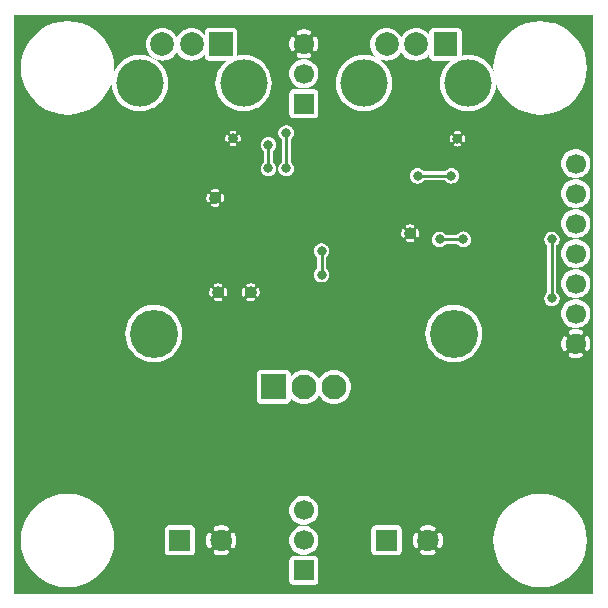
<source format=gtl>
G04 start of page 2 for group 0 idx 0 *
G04 Title: Current - Sink or Swim, top *
G04 Creator: pcb 1.99z *
G04 CreationDate: Tue 14 Apr 2015 12:04:08 AM GMT UTC *
G04 For: eelco *
G04 Format: Gerber/RS-274X *
G04 PCB-Dimensions (mil): 3937.01 3937.01 *
G04 PCB-Coordinate-Origin: lower left *
%MOIN*%
%FSLAX25Y25*%
%LNTOP*%
%ADD27C,0.1063*%
%ADD26C,0.0433*%
%ADD25C,0.0472*%
%ADD24C,0.1000*%
%ADD23C,0.1339*%
%ADD22C,0.0197*%
%ADD21C,0.0157*%
%ADD20C,0.0394*%
%ADD19C,0.0315*%
%ADD18C,0.1575*%
%ADD17C,0.0787*%
%ADD16C,0.0709*%
%ADD15C,0.0827*%
%ADD14C,0.0669*%
%ADD13C,0.1600*%
%ADD12C,0.0098*%
%ADD11C,0.0001*%
G54D11*G36*
X293307Y293307D02*Y100394D01*
X291417D01*
Y181303D01*
X291511Y181331D01*
X291618Y181382D01*
X291715Y181448D01*
X291801Y181530D01*
X291873Y181623D01*
X291927Y181728D01*
X292096Y182147D01*
X292221Y182581D01*
X292304Y183025D01*
X292346Y183475D01*
Y183927D01*
X292304Y184377D01*
X292221Y184821D01*
X292096Y185255D01*
X291932Y185676D01*
X291876Y185780D01*
X291803Y185874D01*
X291717Y185956D01*
X291619Y186023D01*
X291512Y186074D01*
X291417Y186102D01*
Y190824D01*
X291433Y190843D01*
X291832Y191494D01*
X292123Y192199D01*
X292302Y192940D01*
X292346Y193701D01*
X292302Y194461D01*
X292123Y195203D01*
X291832Y195908D01*
X291433Y196558D01*
X291417Y196577D01*
Y200824D01*
X291433Y200843D01*
X291832Y201494D01*
X292123Y202199D01*
X292302Y202940D01*
X292346Y203701D01*
X292302Y204461D01*
X292123Y205203D01*
X291832Y205908D01*
X291433Y206558D01*
X291417Y206577D01*
Y210824D01*
X291433Y210843D01*
X291832Y211494D01*
X292123Y212199D01*
X292302Y212940D01*
X292346Y213701D01*
X292302Y214461D01*
X292123Y215203D01*
X291832Y215908D01*
X291433Y216558D01*
X291417Y216577D01*
Y220824D01*
X291433Y220843D01*
X291832Y221494D01*
X292123Y222199D01*
X292302Y222940D01*
X292346Y223701D01*
X292302Y224461D01*
X292123Y225203D01*
X291832Y225908D01*
X291433Y226558D01*
X291417Y226577D01*
Y230824D01*
X291433Y230843D01*
X291832Y231494D01*
X292123Y232199D01*
X292302Y232940D01*
X292346Y233701D01*
X292302Y234461D01*
X292123Y235203D01*
X291832Y235908D01*
X291433Y236558D01*
X291417Y236577D01*
Y240824D01*
X291433Y240843D01*
X291832Y241494D01*
X292123Y242199D01*
X292302Y242940D01*
X292346Y243701D01*
X292302Y244461D01*
X292123Y245203D01*
X291832Y245908D01*
X291433Y246558D01*
X291417Y246577D01*
Y293307D01*
X293307D01*
G37*
G36*
X291417Y246577D02*X290938Y247138D01*
X290357Y247634D01*
X289707Y248032D01*
X289002Y248324D01*
X288260Y248502D01*
X287500Y248562D01*
X287493Y248562D01*
Y265581D01*
X288211Y266422D01*
X289489Y268509D01*
X290426Y270770D01*
X290998Y273150D01*
X291142Y275591D01*
X290998Y278031D01*
X290426Y280411D01*
X289489Y282672D01*
X288211Y284760D01*
X287493Y285600D01*
Y293307D01*
X291417D01*
Y246577D01*
G37*
G36*
Y236577D02*X290938Y237138D01*
X290357Y237634D01*
X289707Y238032D01*
X289002Y238324D01*
X288260Y238502D01*
X287500Y238562D01*
X287493Y238562D01*
Y238840D01*
X287500Y238839D01*
X288260Y238899D01*
X289002Y239077D01*
X289707Y239369D01*
X290357Y239768D01*
X290938Y240263D01*
X291417Y240824D01*
Y236577D01*
G37*
G36*
Y226577D02*X290938Y227138D01*
X290357Y227634D01*
X289707Y228032D01*
X289002Y228324D01*
X288260Y228502D01*
X287500Y228562D01*
X287493Y228562D01*
Y228840D01*
X287500Y228839D01*
X288260Y228899D01*
X289002Y229077D01*
X289707Y229369D01*
X290357Y229768D01*
X290938Y230263D01*
X291417Y230824D01*
Y226577D01*
G37*
G36*
Y216577D02*X290938Y217138D01*
X290357Y217634D01*
X289707Y218032D01*
X289002Y218324D01*
X288260Y218502D01*
X287500Y218562D01*
X287493Y218562D01*
Y218840D01*
X287500Y218839D01*
X288260Y218899D01*
X289002Y219077D01*
X289707Y219369D01*
X290357Y219768D01*
X290938Y220263D01*
X291417Y220824D01*
Y216577D01*
G37*
G36*
Y206577D02*X290938Y207138D01*
X290357Y207634D01*
X289707Y208032D01*
X289002Y208324D01*
X288260Y208502D01*
X287500Y208562D01*
X287493Y208562D01*
Y208840D01*
X287500Y208839D01*
X288260Y208899D01*
X289002Y209077D01*
X289707Y209369D01*
X290357Y209768D01*
X290938Y210263D01*
X291417Y210824D01*
Y206577D01*
G37*
G36*
Y196577D02*X290938Y197138D01*
X290357Y197634D01*
X289707Y198032D01*
X289002Y198324D01*
X288260Y198502D01*
X287500Y198562D01*
X287493Y198562D01*
Y198840D01*
X287500Y198839D01*
X288260Y198899D01*
X289002Y199077D01*
X289707Y199369D01*
X290357Y199768D01*
X290938Y200263D01*
X291417Y200824D01*
Y196577D01*
G37*
G36*
Y100394D02*X287493D01*
Y108101D01*
X288211Y108941D01*
X289489Y111028D01*
X290426Y113290D01*
X290998Y115670D01*
X291142Y118110D01*
X290998Y120550D01*
X290426Y122931D01*
X289489Y125192D01*
X288211Y127279D01*
X287493Y128120D01*
Y178854D01*
X287726D01*
X288176Y178896D01*
X288620Y178980D01*
X289054Y179105D01*
X289475Y179269D01*
X289579Y179325D01*
X289674Y179397D01*
X289755Y179484D01*
X289822Y179581D01*
X289873Y179688D01*
X289907Y179802D01*
X289922Y179920D01*
X289919Y180038D01*
X289898Y180155D01*
X289858Y180267D01*
X289801Y180371D01*
X289729Y180465D01*
X289643Y180547D01*
X289545Y180614D01*
X289438Y180665D01*
X289324Y180699D01*
X289207Y180714D01*
X289088Y180711D01*
X288972Y180689D01*
X288861Y180647D01*
X288572Y180531D01*
X288272Y180445D01*
X287966Y180387D01*
X287656Y180358D01*
X287493D01*
Y187044D01*
X287656D01*
X287966Y187015D01*
X288272Y186957D01*
X288572Y186871D01*
X288862Y186757D01*
X288973Y186716D01*
X289089Y186694D01*
X289207Y186691D01*
X289324Y186707D01*
X289437Y186740D01*
X289543Y186791D01*
X289641Y186858D01*
X289726Y186939D01*
X289798Y187033D01*
X289855Y187136D01*
X289894Y187248D01*
X289916Y187364D01*
X289919Y187482D01*
X289903Y187599D01*
X289870Y187712D01*
X289819Y187818D01*
X289752Y187916D01*
X289671Y188001D01*
X289577Y188073D01*
X289473Y188128D01*
X289054Y188297D01*
X288620Y188422D01*
X288176Y188505D01*
X287726Y188547D01*
X287493D01*
Y188840D01*
X287500Y188839D01*
X288260Y188899D01*
X289002Y189077D01*
X289707Y189369D01*
X290357Y189768D01*
X290938Y190263D01*
X291417Y190824D01*
Y186102D01*
X291399Y186108D01*
X291281Y186123D01*
X291162Y186120D01*
X291046Y186098D01*
X290934Y186059D01*
X290830Y186002D01*
X290736Y185930D01*
X290654Y185844D01*
X290587Y185746D01*
X290536Y185639D01*
X290502Y185525D01*
X290487Y185408D01*
X290490Y185289D01*
X290512Y185172D01*
X290553Y185062D01*
X290670Y184773D01*
X290756Y184473D01*
X290814Y184167D01*
X290843Y183857D01*
Y183545D01*
X290814Y183235D01*
X290756Y182928D01*
X290670Y182629D01*
X290557Y182339D01*
X290515Y182228D01*
X290494Y182112D01*
X290490Y181994D01*
X290506Y181877D01*
X290539Y181764D01*
X290590Y181657D01*
X290657Y181560D01*
X290738Y181474D01*
X290832Y181403D01*
X290935Y181346D01*
X291047Y181307D01*
X291163Y181285D01*
X291281Y181282D01*
X291398Y181297D01*
X291417Y181303D01*
Y100394D01*
G37*
G36*
X287493Y285600D02*X286621Y286621D01*
X284760Y288211D01*
X282672Y289489D01*
X280411Y290426D01*
X279524Y290639D01*
Y293307D01*
X287493D01*
Y285600D01*
G37*
G36*
X283583Y200824D02*X284062Y200263D01*
X284643Y199768D01*
X285293Y199369D01*
X285998Y199077D01*
X286740Y198899D01*
X287493Y198840D01*
Y198562D01*
X286740Y198502D01*
X285998Y198324D01*
X285293Y198032D01*
X284643Y197634D01*
X284062Y197138D01*
X283583Y196577D01*
Y200824D01*
G37*
G36*
Y210824D02*X284062Y210263D01*
X284643Y209768D01*
X285293Y209369D01*
X285998Y209077D01*
X286740Y208899D01*
X287493Y208840D01*
Y208562D01*
X286740Y208502D01*
X285998Y208324D01*
X285293Y208032D01*
X284643Y207634D01*
X284062Y207138D01*
X283583Y206577D01*
Y210824D01*
G37*
G36*
Y220824D02*X284062Y220263D01*
X284643Y219768D01*
X285293Y219369D01*
X285998Y219077D01*
X286740Y218899D01*
X287493Y218840D01*
Y218562D01*
X286740Y218502D01*
X285998Y218324D01*
X285293Y218032D01*
X284643Y217634D01*
X284062Y217138D01*
X283583Y216577D01*
Y220824D01*
G37*
G36*
Y230824D02*X284062Y230263D01*
X284643Y229768D01*
X285293Y229369D01*
X285998Y229077D01*
X286740Y228899D01*
X287493Y228840D01*
Y228562D01*
X286740Y228502D01*
X285998Y228324D01*
X285293Y228032D01*
X284643Y227634D01*
X284062Y227138D01*
X283583Y226577D01*
Y230824D01*
G37*
G36*
Y240824D02*X284062Y240263D01*
X284643Y239768D01*
X285293Y239369D01*
X285998Y239077D01*
X286740Y238899D01*
X287493Y238840D01*
Y238562D01*
X286740Y238502D01*
X285998Y238324D01*
X285293Y238032D01*
X284643Y237634D01*
X284062Y237138D01*
X283583Y236577D01*
Y240824D01*
G37*
G36*
Y262250D02*X284760Y262971D01*
X286621Y264560D01*
X287493Y265581D01*
Y248562D01*
X286740Y248502D01*
X285998Y248324D01*
X285293Y248032D01*
X284643Y247634D01*
X284062Y247138D01*
X283583Y246577D01*
Y262250D01*
G37*
G36*
X287493Y128120D02*X286621Y129140D01*
X284760Y130730D01*
X283583Y131451D01*
Y181299D01*
X283601Y181294D01*
X283719Y181278D01*
X283838Y181282D01*
X283954Y181303D01*
X284066Y181343D01*
X284170Y181399D01*
X284264Y181472D01*
X284346Y181558D01*
X284413Y181656D01*
X284464Y181763D01*
X284498Y181876D01*
X284513Y181994D01*
X284510Y182113D01*
X284488Y182229D01*
X284447Y182340D01*
X284330Y182629D01*
X284244Y182928D01*
X284186Y183235D01*
X284157Y183545D01*
Y183857D01*
X284186Y184167D01*
X284244Y184473D01*
X284330Y184773D01*
X284443Y185063D01*
X284485Y185173D01*
X284506Y185289D01*
X284510Y185407D01*
X284494Y185524D01*
X284461Y185638D01*
X284410Y185744D01*
X284343Y185842D01*
X284262Y185927D01*
X284168Y185999D01*
X284065Y186055D01*
X283953Y186095D01*
X283837Y186116D01*
X283719Y186120D01*
X283602Y186104D01*
X283583Y186099D01*
Y190824D01*
X284062Y190263D01*
X284643Y189768D01*
X285293Y189369D01*
X285998Y189077D01*
X286740Y188899D01*
X287493Y188840D01*
Y188547D01*
X287274D01*
X286824Y188505D01*
X286380Y188422D01*
X285946Y188297D01*
X285525Y188132D01*
X285421Y188076D01*
X285326Y188004D01*
X285245Y187918D01*
X285178Y187820D01*
X285127Y187713D01*
X285093Y187599D01*
X285078Y187482D01*
X285081Y187363D01*
X285102Y187247D01*
X285142Y187135D01*
X285199Y187031D01*
X285271Y186936D01*
X285357Y186855D01*
X285455Y186788D01*
X285562Y186737D01*
X285676Y186703D01*
X285793Y186688D01*
X285912Y186691D01*
X286028Y186712D01*
X286139Y186754D01*
X286428Y186871D01*
X286728Y186957D01*
X287034Y187015D01*
X287344Y187044D01*
X287493D01*
Y180358D01*
X287344D01*
X287034Y180387D01*
X286728Y180445D01*
X286428Y180531D01*
X286138Y180644D01*
X286027Y180686D01*
X285911Y180707D01*
X285793Y180710D01*
X285676Y180695D01*
X285563Y180662D01*
X285457Y180611D01*
X285359Y180544D01*
X285274Y180463D01*
X285202Y180369D01*
X285145Y180265D01*
X285106Y180154D01*
X285084Y180038D01*
X285081Y179920D01*
X285097Y179803D01*
X285130Y179690D01*
X285181Y179583D01*
X285248Y179486D01*
X285329Y179400D01*
X285423Y179328D01*
X285527Y179274D01*
X285946Y179105D01*
X286380Y178980D01*
X286824Y178896D01*
X287274Y178854D01*
X287493D01*
Y128120D01*
G37*
G36*
X283583Y131451D02*X282672Y132009D01*
X280411Y132946D01*
X279524Y133159D01*
Y196236D01*
X279528Y196236D01*
X279932Y196268D01*
X280326Y196363D01*
X280700Y196518D01*
X281046Y196729D01*
X281354Y196993D01*
X281617Y197301D01*
X281829Y197646D01*
X281984Y198021D01*
X282079Y198415D01*
X282102Y198819D01*
X282079Y199223D01*
X281984Y199617D01*
X281829Y199991D01*
X281617Y200337D01*
X281354Y200645D01*
X281046Y200908D01*
X281020Y200924D01*
Y216399D01*
X281046Y216414D01*
X281354Y216678D01*
X281617Y216986D01*
X281829Y217331D01*
X281984Y217706D01*
X282079Y218100D01*
X282102Y218504D01*
X282079Y218908D01*
X281984Y219302D01*
X281829Y219676D01*
X281617Y220022D01*
X281354Y220330D01*
X281046Y220593D01*
X280700Y220805D01*
X280326Y220960D01*
X279932Y221055D01*
X279528Y221087D01*
X279524Y221086D01*
Y260542D01*
X280411Y260755D01*
X282672Y261692D01*
X283583Y262250D01*
Y246577D01*
X283567Y246558D01*
X283168Y245908D01*
X282877Y245203D01*
X282698Y244461D01*
X282639Y243701D01*
X282698Y242940D01*
X282877Y242199D01*
X283168Y241494D01*
X283567Y240843D01*
X283583Y240824D01*
Y236577D01*
X283567Y236558D01*
X283168Y235908D01*
X282877Y235203D01*
X282698Y234461D01*
X282639Y233701D01*
X282698Y232940D01*
X282877Y232199D01*
X283168Y231494D01*
X283567Y230843D01*
X283583Y230824D01*
Y226577D01*
X283567Y226558D01*
X283168Y225908D01*
X282877Y225203D01*
X282698Y224461D01*
X282639Y223701D01*
X282698Y222940D01*
X282877Y222199D01*
X283168Y221494D01*
X283567Y220843D01*
X283583Y220824D01*
Y216577D01*
X283567Y216558D01*
X283168Y215908D01*
X282877Y215203D01*
X282698Y214461D01*
X282639Y213701D01*
X282698Y212940D01*
X282877Y212199D01*
X283168Y211494D01*
X283567Y210843D01*
X283583Y210824D01*
Y206577D01*
X283567Y206558D01*
X283168Y205908D01*
X282877Y205203D01*
X282698Y204461D01*
X282639Y203701D01*
X282698Y202940D01*
X282877Y202199D01*
X283168Y201494D01*
X283567Y200843D01*
X283583Y200824D01*
Y196577D01*
X283567Y196558D01*
X283168Y195908D01*
X282877Y195203D01*
X282698Y194461D01*
X282639Y193701D01*
X282698Y192940D01*
X282877Y192199D01*
X283168Y191494D01*
X283567Y190843D01*
X283583Y190824D01*
Y186099D01*
X283489Y186071D01*
X283382Y186020D01*
X283285Y185953D01*
X283199Y185872D01*
X283127Y185778D01*
X283073Y185674D01*
X282904Y185255D01*
X282779Y184821D01*
X282696Y184377D01*
X282654Y183927D01*
Y183475D01*
X282696Y183025D01*
X282779Y182581D01*
X282904Y182147D01*
X283068Y181726D01*
X283124Y181621D01*
X283197Y181527D01*
X283283Y181446D01*
X283381Y181378D01*
X283488Y181327D01*
X283583Y181299D01*
Y131451D01*
G37*
G36*
X287493Y100394D02*X279524D01*
Y103062D01*
X280411Y103275D01*
X282672Y104211D01*
X284760Y105490D01*
X286621Y107080D01*
X287493Y108101D01*
Y100394D01*
G37*
G36*
X246059Y293307D02*X279524D01*
Y290639D01*
X278031Y290998D01*
X275591Y291190D01*
X273150Y290998D01*
X270770Y290426D01*
X268509Y289489D01*
X266422Y288211D01*
X264560Y286621D01*
X262971Y284760D01*
X261692Y282672D01*
X260755Y280411D01*
X260183Y278031D01*
X259991Y275591D01*
X260083Y274427D01*
X259953Y274741D01*
X259182Y275999D01*
X258224Y277121D01*
X257102Y278080D01*
X255844Y278851D01*
X254480Y279415D01*
X253046Y279760D01*
X251575Y279875D01*
X250104Y279760D01*
X249531Y279622D01*
X249518Y287637D01*
X249462Y287867D01*
X249372Y288085D01*
X249249Y288286D01*
X249095Y288466D01*
X248916Y288619D01*
X248715Y288742D01*
X248496Y288833D01*
X248267Y288888D01*
X248031Y288902D01*
X246059Y288898D01*
Y293307D01*
G37*
G36*
X279524Y100394D02*X250059D01*
Y178054D01*
X251177Y178517D01*
X252452Y179299D01*
X253589Y180270D01*
X254560Y181407D01*
X255341Y182682D01*
X255913Y184063D01*
X256262Y185517D01*
X256350Y187008D01*
X256262Y188499D01*
X255913Y189953D01*
X255341Y191334D01*
X254560Y192609D01*
X253589Y193746D01*
X252452Y194717D01*
X251177Y195499D01*
X250059Y195962D01*
Y215926D01*
X250404Y215953D01*
X250798Y216048D01*
X251173Y216203D01*
X251518Y216414D01*
X251826Y216678D01*
X252089Y216986D01*
X252301Y217331D01*
X252456Y217706D01*
X252551Y218100D01*
X252575Y218504D01*
X252551Y218908D01*
X252456Y219302D01*
X252301Y219676D01*
X252089Y220022D01*
X251826Y220330D01*
X251518Y220593D01*
X251173Y220805D01*
X250798Y220960D01*
X250404Y221055D01*
X250059Y221082D01*
Y250851D01*
X250095Y250854D01*
X250172Y250873D01*
X250244Y250904D01*
X250311Y250946D01*
X250370Y250998D01*
X250420Y251058D01*
X250461Y251126D01*
X250489Y251199D01*
X250557Y251451D01*
X250596Y251708D01*
X250610Y251969D01*
X250596Y252229D01*
X250557Y252486D01*
X250492Y252739D01*
X250463Y252812D01*
X250422Y252880D01*
X250371Y252941D01*
X250312Y252993D01*
X250245Y253035D01*
X250172Y253066D01*
X250096Y253085D01*
X250059Y253088D01*
Y261196D01*
X250104Y261185D01*
X251575Y261070D01*
X253046Y261185D01*
X254480Y261530D01*
X255844Y262094D01*
X257102Y262865D01*
X258224Y263824D01*
X259182Y264946D01*
X259953Y266204D01*
X260518Y267567D01*
X260862Y269002D01*
X260940Y270323D01*
X261692Y268509D01*
X262971Y266422D01*
X264560Y264560D01*
X266422Y262971D01*
X268509Y261692D01*
X270770Y260755D01*
X273150Y260183D01*
X275591Y259991D01*
X278031Y260183D01*
X279524Y260542D01*
Y221086D01*
X279124Y221055D01*
X278729Y220960D01*
X278355Y220805D01*
X278009Y220593D01*
X277701Y220330D01*
X277438Y220022D01*
X277226Y219676D01*
X277071Y219302D01*
X276977Y218908D01*
X276945Y218504D01*
X276977Y218100D01*
X277071Y217706D01*
X277226Y217331D01*
X277438Y216986D01*
X277701Y216678D01*
X278009Y216414D01*
X278035Y216399D01*
Y200924D01*
X278009Y200908D01*
X277701Y200645D01*
X277438Y200337D01*
X277226Y199991D01*
X277071Y199617D01*
X276977Y199223D01*
X276945Y198819D01*
X276977Y198415D01*
X277071Y198021D01*
X277226Y197646D01*
X277438Y197301D01*
X277701Y196993D01*
X278009Y196729D01*
X278355Y196518D01*
X278729Y196363D01*
X279124Y196268D01*
X279524Y196236D01*
Y133159D01*
X278031Y133517D01*
X275591Y133709D01*
X273150Y133517D01*
X270770Y132946D01*
X268509Y132009D01*
X266422Y130730D01*
X264560Y129140D01*
X262971Y127279D01*
X261692Y125192D01*
X260755Y122931D01*
X260183Y120550D01*
X259991Y118110D01*
X260183Y115670D01*
X260755Y113290D01*
X261692Y111028D01*
X262971Y108941D01*
X264560Y107080D01*
X266422Y105490D01*
X268509Y104211D01*
X270770Y103275D01*
X273150Y102703D01*
X275591Y102511D01*
X278031Y102703D01*
X279524Y103062D01*
Y100394D01*
G37*
G36*
X250059Y221082D02*X250000Y221087D01*
X249596Y221055D01*
X249202Y220960D01*
X248827Y220805D01*
X248482Y220593D01*
X248174Y220330D01*
X248033Y220165D01*
Y237967D01*
X248152Y238108D01*
X248364Y238453D01*
X248519Y238828D01*
X248614Y239222D01*
X248638Y239626D01*
X248614Y240030D01*
X248519Y240424D01*
X248364Y240799D01*
X248152Y241144D01*
X248033Y241285D01*
Y249390D01*
X248292Y249404D01*
X248549Y249443D01*
X248802Y249508D01*
X248875Y249537D01*
X248943Y249578D01*
X249004Y249629D01*
X249056Y249688D01*
X249098Y249755D01*
X249129Y249828D01*
X249148Y249904D01*
X249155Y249983D01*
X249150Y250062D01*
X249132Y250139D01*
X249103Y250212D01*
X249062Y250280D01*
X249011Y250341D01*
X248952Y250393D01*
X248885Y250435D01*
X248812Y250466D01*
X248736Y250485D01*
X248657Y250492D01*
X248578Y250487D01*
X248501Y250468D01*
X248348Y250426D01*
X248191Y250402D01*
X248033Y250394D01*
Y253543D01*
X248191Y253535D01*
X248348Y253511D01*
X248502Y253471D01*
X248578Y253452D01*
X248657Y253447D01*
X248735Y253454D01*
X248812Y253473D01*
X248884Y253504D01*
X248951Y253546D01*
X249010Y253598D01*
X249060Y253658D01*
X249101Y253726D01*
X249130Y253799D01*
X249148Y253875D01*
X249153Y253954D01*
X249146Y254032D01*
X249127Y254109D01*
X249096Y254181D01*
X249054Y254248D01*
X249002Y254307D01*
X248942Y254357D01*
X248874Y254398D01*
X248801Y254426D01*
X248549Y254494D01*
X248292Y254533D01*
X248033Y254547D01*
Y261793D01*
X248669Y261530D01*
X250059Y261196D01*
Y253088D01*
X250017Y253092D01*
X249938Y253087D01*
X249861Y253069D01*
X249788Y253040D01*
X249720Y252999D01*
X249659Y252948D01*
X249607Y252889D01*
X249565Y252822D01*
X249534Y252749D01*
X249515Y252673D01*
X249508Y252594D01*
X249513Y252515D01*
X249532Y252438D01*
X249574Y252285D01*
X249598Y252128D01*
X249606Y251969D01*
X249598Y251809D01*
X249574Y251652D01*
X249534Y251498D01*
X249515Y251422D01*
X249510Y251343D01*
X249517Y251265D01*
X249536Y251188D01*
X249567Y251116D01*
X249609Y251049D01*
X249661Y250990D01*
X249721Y250940D01*
X249789Y250899D01*
X249862Y250870D01*
X249938Y250852D01*
X250017Y250847D01*
X250059Y250851D01*
Y221082D01*
G37*
G36*
Y195962D02*X249795Y196071D01*
X248341Y196420D01*
X248033Y196444D01*
Y216843D01*
X248174Y216678D01*
X248482Y216414D01*
X248827Y216203D01*
X249202Y216048D01*
X249596Y215953D01*
X250000Y215921D01*
X250059Y215926D01*
Y195962D01*
G37*
G36*
Y100394D02*X248033D01*
Y177572D01*
X248341Y177596D01*
X249795Y177945D01*
X250059Y178054D01*
Y100394D01*
G37*
G36*
X248033Y241285D02*X247889Y241452D01*
X247581Y241715D01*
X247236Y241927D01*
X246861Y242082D01*
X246467Y242177D01*
X246063Y242209D01*
X246059Y242208D01*
Y250846D01*
X246125Y250850D01*
X246202Y250868D01*
X246275Y250897D01*
X246343Y250938D01*
X246404Y250989D01*
X246456Y251048D01*
X246498Y251115D01*
X246529Y251188D01*
X246548Y251264D01*
X246555Y251343D01*
X246550Y251422D01*
X246531Y251499D01*
X246489Y251652D01*
X246465Y251809D01*
X246457Y251969D01*
X246465Y252128D01*
X246489Y252285D01*
X246529Y252439D01*
X246548Y252515D01*
X246553Y252594D01*
X246546Y252672D01*
X246527Y252749D01*
X246496Y252821D01*
X246454Y252888D01*
X246402Y252947D01*
X246342Y252997D01*
X246274Y253038D01*
X246201Y253067D01*
X246125Y253085D01*
X246059Y253089D01*
Y262858D01*
X247306Y262094D01*
X248033Y261793D01*
Y254547D01*
X248031Y254547D01*
X247771Y254533D01*
X247514Y254494D01*
X247261Y254429D01*
X247188Y254400D01*
X247120Y254359D01*
X247059Y254308D01*
X247007Y254249D01*
X246965Y254182D01*
X246934Y254109D01*
X246915Y254033D01*
X246908Y253954D01*
X246913Y253875D01*
X246931Y253798D01*
X246960Y253725D01*
X247001Y253657D01*
X247052Y253596D01*
X247111Y253544D01*
X247178Y253502D01*
X247251Y253471D01*
X247327Y253452D01*
X247406Y253445D01*
X247485Y253450D01*
X247562Y253469D01*
X247715Y253511D01*
X247872Y253535D01*
X248031Y253543D01*
X248033Y253543D01*
Y250394D01*
X248031Y250394D01*
X247872Y250402D01*
X247715Y250426D01*
X247561Y250466D01*
X247485Y250485D01*
X247406Y250490D01*
X247328Y250483D01*
X247251Y250464D01*
X247179Y250433D01*
X247112Y250391D01*
X247053Y250339D01*
X247003Y250279D01*
X246962Y250211D01*
X246933Y250138D01*
X246915Y250062D01*
X246910Y249983D01*
X246917Y249905D01*
X246936Y249828D01*
X246967Y249756D01*
X247009Y249689D01*
X247061Y249630D01*
X247121Y249580D01*
X247189Y249539D01*
X247262Y249511D01*
X247514Y249443D01*
X247771Y249404D01*
X248031Y249390D01*
X248033Y249390D01*
Y241285D01*
G37*
G36*
Y220165D02*X247911Y220022D01*
X247895Y219996D01*
X246059D01*
Y237044D01*
X246063Y237043D01*
X246467Y237075D01*
X246861Y237170D01*
X247236Y237325D01*
X247581Y237536D01*
X247889Y237800D01*
X248033Y237967D01*
Y220165D01*
G37*
G36*
Y196444D02*X246850Y196537D01*
X246059Y196475D01*
Y217012D01*
X247895D01*
X247911Y216986D01*
X248033Y216843D01*
Y196444D01*
G37*
G36*
Y100394D02*X246059D01*
Y177541D01*
X246850Y177479D01*
X248033Y177572D01*
Y100394D01*
G37*
G36*
X232285Y278395D02*X232567Y278278D01*
X233399Y278078D01*
X234252Y278011D01*
X235105Y278078D01*
X235937Y278278D01*
X236728Y278605D01*
X237458Y279052D01*
X238108Y279608D01*
X238664Y280259D01*
X238670Y280268D01*
X238671Y279292D01*
X238726Y279063D01*
X238817Y278844D01*
X238940Y278643D01*
X239094Y278464D01*
X239273Y278310D01*
X239474Y278187D01*
X239693Y278097D01*
X239922Y278041D01*
X240157Y278028D01*
X245999Y278038D01*
X244926Y277121D01*
X243968Y275999D01*
X243197Y274741D01*
X242632Y273378D01*
X242288Y271943D01*
X242172Y270472D01*
X242288Y269002D01*
X242632Y267567D01*
X243197Y266204D01*
X243968Y264946D01*
X244926Y263824D01*
X246048Y262865D01*
X246059Y262858D01*
Y253089D01*
X246046Y253090D01*
X245968Y253083D01*
X245891Y253064D01*
X245819Y253033D01*
X245752Y252991D01*
X245693Y252939D01*
X245643Y252879D01*
X245602Y252811D01*
X245574Y252738D01*
X245506Y252486D01*
X245467Y252229D01*
X245453Y251969D01*
X245467Y251708D01*
X245506Y251451D01*
X245571Y251198D01*
X245600Y251125D01*
X245641Y251057D01*
X245692Y250996D01*
X245751Y250944D01*
X245818Y250902D01*
X245891Y250871D01*
X245967Y250852D01*
X246046Y250845D01*
X246059Y250846D01*
Y242208D01*
X245659Y242177D01*
X245265Y242082D01*
X244890Y241927D01*
X244545Y241715D01*
X244237Y241452D01*
X243974Y241144D01*
X243958Y241118D01*
X236889D01*
X236873Y241144D01*
X236610Y241452D01*
X236302Y241715D01*
X235956Y241927D01*
X235582Y242082D01*
X235187Y242177D01*
X234783Y242209D01*
X234379Y242177D01*
X233985Y242082D01*
X233611Y241927D01*
X233265Y241715D01*
X232957Y241452D01*
X232694Y241144D01*
X232482Y240799D01*
X232327Y240424D01*
X232285Y240247D01*
Y278395D01*
G37*
G36*
Y293307D02*X246059D01*
Y288898D01*
X239922Y288888D01*
X239693Y288833D01*
X239474Y288742D01*
X239273Y288619D01*
X239094Y288466D01*
X238940Y288286D01*
X238817Y288085D01*
X238726Y287867D01*
X238671Y287637D01*
X238657Y287402D01*
X238659Y286677D01*
X238108Y287321D01*
X237458Y287877D01*
X236728Y288324D01*
X235937Y288651D01*
X235105Y288851D01*
X234252Y288918D01*
X233399Y288851D01*
X232567Y288651D01*
X232285Y288535D01*
Y293307D01*
G37*
G36*
X238191Y238134D02*X243958D01*
X243974Y238108D01*
X244237Y237800D01*
X244545Y237536D01*
X244890Y237325D01*
X245265Y237170D01*
X245659Y237075D01*
X246059Y237044D01*
Y219996D01*
X244231D01*
X244215Y220022D01*
X243952Y220330D01*
X243644Y220593D01*
X243299Y220805D01*
X242924Y220960D01*
X242530Y221055D01*
X242126Y221087D01*
X241722Y221055D01*
X241328Y220960D01*
X240953Y220805D01*
X240608Y220593D01*
X240300Y220330D01*
X240036Y220022D01*
X239825Y219676D01*
X239670Y219302D01*
X239575Y218908D01*
X239543Y218504D01*
X239575Y218100D01*
X239670Y217706D01*
X239825Y217331D01*
X240036Y216986D01*
X240300Y216678D01*
X240608Y216414D01*
X240953Y216203D01*
X241328Y216048D01*
X241722Y215953D01*
X242126Y215921D01*
X242530Y215953D01*
X242924Y216048D01*
X243299Y216203D01*
X243644Y216414D01*
X243952Y216678D01*
X244215Y216986D01*
X244231Y217012D01*
X246059D01*
Y196475D01*
X245360Y196420D01*
X243906Y196071D01*
X242524Y195499D01*
X241249Y194717D01*
X240112Y193746D01*
X239141Y192609D01*
X238360Y191334D01*
X238191Y190927D01*
Y238134D01*
G37*
G36*
X246059Y100394D02*X242278D01*
Y115574D01*
X242338Y115590D01*
X242446Y115639D01*
X242544Y115704D01*
X242631Y115784D01*
X242704Y115877D01*
X242760Y115980D01*
X242951Y116431D01*
X243091Y116899D01*
X243185Y117379D01*
X243232Y117866D01*
Y118355D01*
X243185Y118842D01*
X243091Y119321D01*
X242951Y119790D01*
X242766Y120243D01*
X242708Y120346D01*
X242634Y120439D01*
X242547Y120519D01*
X242448Y120585D01*
X242340Y120634D01*
X242278Y120651D01*
Y178668D01*
X242524Y178517D01*
X243906Y177945D01*
X245360Y177596D01*
X246059Y177541D01*
Y100394D01*
G37*
G36*
X242278D02*X238191D01*
Y113067D01*
X238433D01*
X238920Y113114D01*
X239400Y113208D01*
X239869Y113349D01*
X240321Y113533D01*
X240425Y113591D01*
X240518Y113665D01*
X240598Y113753D01*
X240664Y113852D01*
X240713Y113960D01*
X240745Y114074D01*
X240758Y114192D01*
X240753Y114311D01*
X240729Y114427D01*
X240688Y114538D01*
X240629Y114641D01*
X240556Y114734D01*
X240468Y114815D01*
X240369Y114880D01*
X240261Y114929D01*
X240147Y114961D01*
X240029Y114975D01*
X239910Y114969D01*
X239794Y114946D01*
X239684Y114902D01*
X239368Y114769D01*
X239039Y114670D01*
X238702Y114604D01*
X238361Y114571D01*
X238191D01*
Y121649D01*
X238361D01*
X238702Y121616D01*
X239039Y121550D01*
X239368Y121452D01*
X239685Y121322D01*
X239795Y121279D01*
X239911Y121255D01*
X240029Y121250D01*
X240146Y121263D01*
X240260Y121295D01*
X240367Y121344D01*
X240466Y121409D01*
X240553Y121489D01*
X240626Y121581D01*
X240684Y121684D01*
X240725Y121795D01*
X240749Y121910D01*
X240754Y122028D01*
X240741Y122146D01*
X240709Y122259D01*
X240660Y122367D01*
X240595Y122465D01*
X240515Y122552D01*
X240423Y122626D01*
X240319Y122682D01*
X239869Y122872D01*
X239400Y123012D01*
X238920Y123106D01*
X238433Y123154D01*
X238191D01*
Y183089D01*
X238360Y182682D01*
X239141Y181407D01*
X240112Y180270D01*
X241249Y179299D01*
X242278Y178668D01*
Y120651D01*
X242225Y120666D01*
X242107Y120679D01*
X241989Y120674D01*
X241872Y120651D01*
X241761Y120609D01*
X241658Y120551D01*
X241565Y120477D01*
X241485Y120389D01*
X241419Y120290D01*
X241370Y120182D01*
X241338Y120068D01*
X241325Y119950D01*
X241330Y119831D01*
X241353Y119715D01*
X241397Y119605D01*
X241530Y119289D01*
X241629Y118960D01*
X241695Y118623D01*
X241728Y118282D01*
Y117939D01*
X241695Y117597D01*
X241629Y117260D01*
X241530Y116932D01*
X241401Y116614D01*
X241357Y116504D01*
X241334Y116388D01*
X241329Y116271D01*
X241342Y116153D01*
X241374Y116040D01*
X241423Y115932D01*
X241488Y115834D01*
X241568Y115747D01*
X241660Y115673D01*
X241763Y115615D01*
X241873Y115574D01*
X241989Y115550D01*
X242107Y115545D01*
X242224Y115559D01*
X242278Y115574D01*
Y100394D01*
G37*
G36*
X238191D02*X234664D01*
Y115638D01*
X234720Y115670D01*
X234813Y115744D01*
X234893Y115831D01*
X234959Y115930D01*
X235008Y116038D01*
X235040Y116152D01*
X235053Y116270D01*
X235048Y116389D01*
X235025Y116505D01*
X234981Y116616D01*
X234847Y116932D01*
X234749Y117260D01*
X234683Y117597D01*
X234664Y117791D01*
Y118429D01*
X234683Y118623D01*
X234749Y118960D01*
X234847Y119289D01*
X234977Y119607D01*
X235021Y119716D01*
X235044Y119832D01*
X235049Y119950D01*
X235036Y120067D01*
X235004Y120181D01*
X234955Y120288D01*
X234890Y120387D01*
X234810Y120474D01*
X234718Y120547D01*
X234664Y120578D01*
Y219064D01*
X234699Y219070D01*
X234773Y219095D01*
X234843Y219132D01*
X234906Y219179D01*
X234961Y219235D01*
X235006Y219299D01*
X235040Y219371D01*
X235135Y219636D01*
X235202Y219911D01*
X235242Y220190D01*
X235255Y220472D01*
X235242Y220755D01*
X235202Y221034D01*
X235135Y221309D01*
X235043Y221576D01*
X235008Y221647D01*
X234963Y221711D01*
X234908Y221768D01*
X234844Y221815D01*
X234774Y221852D01*
X234699Y221877D01*
X234664Y221883D01*
Y237053D01*
X234783Y237043D01*
X235187Y237075D01*
X235582Y237170D01*
X235956Y237325D01*
X236302Y237536D01*
X236610Y237800D01*
X236873Y238108D01*
X236889Y238134D01*
X238191D01*
Y190927D01*
X237787Y189953D01*
X237438Y188499D01*
X237321Y187008D01*
X237438Y185517D01*
X237787Y184063D01*
X238191Y183089D01*
Y123154D01*
X237944D01*
X237458Y123106D01*
X236978Y123012D01*
X236509Y122872D01*
X236057Y122687D01*
X235953Y122629D01*
X235860Y122555D01*
X235780Y122468D01*
X235714Y122369D01*
X235665Y122261D01*
X235633Y122146D01*
X235620Y122029D01*
X235625Y121910D01*
X235649Y121794D01*
X235690Y121682D01*
X235748Y121579D01*
X235822Y121486D01*
X235910Y121406D01*
X236009Y121340D01*
X236117Y121291D01*
X236231Y121259D01*
X236349Y121246D01*
X236468Y121251D01*
X236584Y121275D01*
X236694Y121318D01*
X237010Y121452D01*
X237339Y121550D01*
X237676Y121616D01*
X238017Y121649D01*
X238191D01*
Y114571D01*
X238017D01*
X237676Y114604D01*
X237339Y114670D01*
X237010Y114769D01*
X236693Y114898D01*
X236583Y114942D01*
X236467Y114965D01*
X236349Y114970D01*
X236232Y114957D01*
X236118Y114925D01*
X236011Y114876D01*
X235912Y114811D01*
X235825Y114732D01*
X235752Y114639D01*
X235694Y114536D01*
X235653Y114426D01*
X235629Y114310D01*
X235624Y114192D01*
X235637Y114075D01*
X235669Y113961D01*
X235718Y113854D01*
X235783Y113755D01*
X235863Y113668D01*
X235955Y113595D01*
X236059Y113539D01*
X236509Y113349D01*
X236978Y113208D01*
X237458Y113114D01*
X237944Y113067D01*
X238191D01*
Y100394D01*
G37*
G36*
X234664Y117791D02*X234650Y117939D01*
Y118282D01*
X234664Y118429D01*
Y117791D01*
G37*
G36*
Y100394D02*X232285D01*
Y217501D01*
X232566Y217514D01*
X232845Y217554D01*
X233120Y217621D01*
X233387Y217713D01*
X233458Y217748D01*
X233522Y217793D01*
X233579Y217848D01*
X233626Y217912D01*
X233663Y217982D01*
X233688Y218057D01*
X233701Y218135D01*
X233702Y218214D01*
X233691Y218292D01*
X233668Y218367D01*
X233633Y218438D01*
X233587Y218503D01*
X233532Y218559D01*
X233468Y218607D01*
X233398Y218643D01*
X233323Y218669D01*
X233246Y218682D01*
X233166Y218683D01*
X233088Y218672D01*
X233013Y218647D01*
X232837Y218583D01*
X232656Y218539D01*
X232470Y218513D01*
X232285Y218504D01*
Y222441D01*
X232470Y222432D01*
X232656Y222405D01*
X232837Y222361D01*
X233014Y222300D01*
X233089Y222275D01*
X233167Y222264D01*
X233245Y222265D01*
X233323Y222278D01*
X233397Y222304D01*
X233467Y222340D01*
X233530Y222387D01*
X233585Y222444D01*
X233631Y222508D01*
X233665Y222578D01*
X233689Y222654D01*
X233700Y222731D01*
X233699Y222810D01*
X233686Y222888D01*
X233661Y222962D01*
X233624Y223032D01*
X233577Y223095D01*
X233521Y223150D01*
X233456Y223195D01*
X233385Y223229D01*
X233120Y223324D01*
X232845Y223391D01*
X232566Y223431D01*
X232285Y223444D01*
Y239005D01*
X232327Y238828D01*
X232482Y238453D01*
X232694Y238108D01*
X232957Y237800D01*
X233265Y237536D01*
X233611Y237325D01*
X233985Y237170D01*
X234379Y237075D01*
X234664Y237053D01*
Y221883D01*
X234621Y221890D01*
X234542Y221891D01*
X234464Y221880D01*
X234389Y221857D01*
X234318Y221822D01*
X234253Y221776D01*
X234197Y221721D01*
X234149Y221657D01*
X234113Y221587D01*
X234087Y221512D01*
X234074Y221434D01*
X234073Y221355D01*
X234084Y221277D01*
X234109Y221202D01*
X234172Y221026D01*
X234216Y220844D01*
X234243Y220659D01*
X234252Y220472D01*
X234243Y220286D01*
X234216Y220100D01*
X234172Y219919D01*
X234111Y219742D01*
X234087Y219667D01*
X234075Y219589D01*
X234076Y219511D01*
X234089Y219433D01*
X234115Y219358D01*
X234151Y219289D01*
X234198Y219226D01*
X234255Y219171D01*
X234319Y219125D01*
X234389Y219090D01*
X234465Y219067D01*
X234542Y219056D01*
X234621Y219057D01*
X234664Y219064D01*
Y120578D01*
X234615Y120605D01*
X234504Y120647D01*
X234389Y120670D01*
X234271Y120675D01*
X234154Y120662D01*
X234040Y120630D01*
X233932Y120581D01*
X233834Y120516D01*
X233747Y120436D01*
X233674Y120344D01*
X233618Y120240D01*
X233427Y119790D01*
X233287Y119321D01*
X233193Y118842D01*
X233146Y118355D01*
Y117866D01*
X233193Y117379D01*
X233287Y116899D01*
X233427Y116431D01*
X233612Y115978D01*
X233670Y115874D01*
X233744Y115781D01*
X233831Y115701D01*
X233930Y115636D01*
X234038Y115586D01*
X234153Y115554D01*
X234271Y115541D01*
X234389Y115546D01*
X234506Y115570D01*
X234617Y115611D01*
X234664Y115638D01*
Y100394D01*
G37*
G36*
X229903Y293307D02*X232285D01*
Y288535D01*
X231776Y288324D01*
X231046Y287877D01*
X230396Y287321D01*
X229903Y286744D01*
Y293307D01*
G37*
G36*
X232285Y100394D02*X229903D01*
Y219062D01*
X229946Y219054D01*
X230025Y219053D01*
X230103Y219065D01*
X230178Y219088D01*
X230249Y219123D01*
X230314Y219169D01*
X230370Y219224D01*
X230418Y219288D01*
X230454Y219358D01*
X230480Y219432D01*
X230493Y219510D01*
X230494Y219589D01*
X230483Y219668D01*
X230458Y219743D01*
X230394Y219919D01*
X230350Y220100D01*
X230324Y220286D01*
X230315Y220472D01*
X230324Y220659D01*
X230350Y220844D01*
X230394Y221026D01*
X230456Y221203D01*
X230480Y221278D01*
X230492Y221356D01*
X230491Y221434D01*
X230478Y221512D01*
X230452Y221586D01*
X230416Y221656D01*
X230369Y221719D01*
X230312Y221774D01*
X230248Y221820D01*
X230177Y221854D01*
X230102Y221878D01*
X230024Y221889D01*
X229946Y221888D01*
X229903Y221881D01*
Y280185D01*
X230396Y279608D01*
X231046Y279052D01*
X231776Y278605D01*
X232285Y278395D01*
Y240247D01*
X232233Y240030D01*
X232201Y239626D01*
X232233Y239222D01*
X232285Y239005D01*
Y223444D01*
X232283Y223444D01*
X232001Y223431D01*
X231722Y223391D01*
X231447Y223324D01*
X231180Y223232D01*
X231109Y223197D01*
X231045Y223152D01*
X230988Y223096D01*
X230941Y223033D01*
X230904Y222963D01*
X230879Y222888D01*
X230865Y222810D01*
X230864Y222731D01*
X230876Y222653D01*
X230899Y222578D01*
X230934Y222507D01*
X230980Y222442D01*
X231035Y222386D01*
X231099Y222338D01*
X231169Y222302D01*
X231243Y222276D01*
X231321Y222263D01*
X231400Y222262D01*
X231479Y222273D01*
X231554Y222298D01*
X231730Y222361D01*
X231911Y222405D01*
X232097Y222432D01*
X232283Y222441D01*
X232285Y222441D01*
Y218504D01*
X232283Y218504D01*
X232097Y218513D01*
X231911Y218539D01*
X231730Y218583D01*
X231553Y218645D01*
X231478Y218669D01*
X231400Y218681D01*
X231322Y218680D01*
X231244Y218666D01*
X231170Y218641D01*
X231100Y218605D01*
X231037Y218558D01*
X230982Y218501D01*
X230936Y218437D01*
X230901Y218366D01*
X230878Y218291D01*
X230867Y218213D01*
X230868Y218135D01*
X230881Y218057D01*
X230906Y217983D01*
X230943Y217913D01*
X230990Y217850D01*
X231046Y217795D01*
X231110Y217749D01*
X231182Y217716D01*
X231447Y217621D01*
X231722Y217554D01*
X232001Y217514D01*
X232283Y217501D01*
X232285Y217501D01*
Y100394D01*
G37*
G36*
X224409Y293307D02*X229903D01*
Y286744D01*
X229840Y286670D01*
X229393Y285941D01*
X229331Y285791D01*
X229269Y285941D01*
X228822Y286670D01*
X228266Y287321D01*
X227615Y287877D01*
X226885Y288324D01*
X226095Y288651D01*
X225263Y288851D01*
X224409Y288918D01*
Y293307D01*
G37*
G36*
X229903Y100394D02*X224409D01*
Y113074D01*
X228188Y113081D01*
X228418Y113136D01*
X228636Y113226D01*
X228837Y113350D01*
X229017Y113503D01*
X229170Y113683D01*
X229293Y113884D01*
X229384Y114102D01*
X229439Y114332D01*
X229453Y114567D01*
X229439Y121889D01*
X229384Y122118D01*
X229293Y122337D01*
X229170Y122538D01*
X229017Y122717D01*
X228837Y122871D01*
X228636Y122994D01*
X228418Y123085D01*
X228188Y123140D01*
X227953Y123154D01*
X224409Y123147D01*
Y264797D01*
X224536Y264946D01*
X225307Y266204D01*
X225872Y267567D01*
X226216Y269002D01*
X226303Y270472D01*
X226216Y271943D01*
X225872Y273378D01*
X225307Y274741D01*
X224536Y275999D01*
X224409Y276148D01*
Y278011D01*
X225263Y278078D01*
X226095Y278278D01*
X226885Y278605D01*
X227615Y279052D01*
X228266Y279608D01*
X228822Y280259D01*
X229269Y280989D01*
X229331Y281138D01*
X229393Y280989D01*
X229840Y280259D01*
X229903Y280185D01*
Y221881D01*
X229868Y221875D01*
X229794Y221850D01*
X229724Y221813D01*
X229661Y221766D01*
X229606Y221710D01*
X229560Y221645D01*
X229527Y221574D01*
X229432Y221309D01*
X229365Y221034D01*
X229325Y220755D01*
X229312Y220472D01*
X229325Y220190D01*
X229365Y219911D01*
X229432Y219636D01*
X229524Y219369D01*
X229559Y219298D01*
X229604Y219234D01*
X229659Y219177D01*
X229723Y219130D01*
X229793Y219093D01*
X229868Y219068D01*
X229903Y219062D01*
Y100394D01*
G37*
G36*
X224409D02*X202752D01*
Y165415D01*
X202854Y165295D01*
X203529Y164719D01*
X204285Y164256D01*
X205104Y163917D01*
X205966Y163710D01*
X206850Y163640D01*
X207734Y163710D01*
X208597Y163917D01*
X209416Y164256D01*
X210172Y164719D01*
X210846Y165295D01*
X211422Y165970D01*
X211886Y166726D01*
X212225Y167545D01*
X212432Y168407D01*
X212484Y169291D01*
X212432Y170175D01*
X212225Y171038D01*
X211886Y171857D01*
X211422Y172613D01*
X210846Y173287D01*
X210172Y173863D01*
X209416Y174327D01*
X208597Y174666D01*
X207734Y174873D01*
X206850Y174943D01*
X205966Y174873D01*
X205104Y174666D01*
X204285Y174327D01*
X203529Y173863D01*
X202854Y173287D01*
X202752Y173167D01*
Y204110D01*
X202756Y204110D01*
X203160Y204142D01*
X203554Y204237D01*
X203928Y204392D01*
X204274Y204603D01*
X204582Y204867D01*
X204845Y205175D01*
X205057Y205520D01*
X205212Y205895D01*
X205307Y206289D01*
X205331Y206693D01*
X205307Y207097D01*
X205212Y207491D01*
X205057Y207865D01*
X204845Y208211D01*
X204582Y208519D01*
X204274Y208782D01*
X204248Y208798D01*
Y212462D01*
X204274Y212477D01*
X204582Y212741D01*
X204845Y213049D01*
X205057Y213394D01*
X205212Y213769D01*
X205307Y214163D01*
X205331Y214567D01*
X205307Y214971D01*
X205212Y215365D01*
X205057Y215739D01*
X204845Y216085D01*
X204582Y216393D01*
X204274Y216656D01*
X203928Y216868D01*
X203554Y217023D01*
X203160Y217118D01*
X202756Y217150D01*
X202752Y217149D01*
Y293307D01*
X224409D01*
Y288918D01*
X223556Y288851D01*
X222724Y288651D01*
X221933Y288324D01*
X221204Y287877D01*
X220553Y287321D01*
X219997Y286670D01*
X219550Y285941D01*
X219223Y285150D01*
X219023Y284318D01*
X218956Y283465D01*
X219023Y282611D01*
X219223Y281779D01*
X219550Y280989D01*
X219997Y280259D01*
X220553Y279608D01*
X221204Y279052D01*
X221933Y278605D01*
X222724Y278278D01*
X223556Y278078D01*
X224409Y278011D01*
Y276148D01*
X223578Y277121D01*
X222456Y278080D01*
X221198Y278851D01*
X219835Y279415D01*
X218400Y279760D01*
X216929Y279875D01*
X215458Y279760D01*
X214023Y279415D01*
X212660Y278851D01*
X211402Y278080D01*
X210280Y277121D01*
X209322Y275999D01*
X208551Y274741D01*
X207986Y273378D01*
X207642Y271943D01*
X207526Y270472D01*
X207642Y269002D01*
X207986Y267567D01*
X208551Y266204D01*
X209322Y264946D01*
X210280Y263824D01*
X211402Y262865D01*
X212660Y262094D01*
X214023Y261530D01*
X215458Y261185D01*
X216929Y261070D01*
X218400Y261185D01*
X219835Y261530D01*
X221198Y262094D01*
X222456Y262865D01*
X223578Y263824D01*
X224409Y264797D01*
Y123147D01*
X220631Y123140D01*
X220401Y123085D01*
X220183Y122994D01*
X219982Y122871D01*
X219802Y122717D01*
X219649Y122538D01*
X219526Y122337D01*
X219435Y122118D01*
X219380Y121889D01*
X219366Y121654D01*
X219380Y114332D01*
X219435Y114102D01*
X219526Y113884D01*
X219649Y113683D01*
X219802Y113503D01*
X219982Y113350D01*
X220183Y113226D01*
X220401Y113136D01*
X220631Y113081D01*
X220866Y113067D01*
X224409Y113074D01*
Y100394D01*
G37*
G36*
X200767Y205057D02*X200930Y204867D01*
X201238Y204603D01*
X201583Y204392D01*
X201958Y204237D01*
X202352Y204142D01*
X202752Y204110D01*
Y173167D01*
X202278Y172613D01*
X201850Y171915D01*
X201422Y172613D01*
X200846Y173287D01*
X200767Y173355D01*
Y205057D01*
G37*
G36*
Y212931D02*X200930Y212741D01*
X201238Y212477D01*
X201264Y212462D01*
Y208798D01*
X201238Y208782D01*
X200930Y208519D01*
X200767Y208329D01*
Y212931D01*
G37*
G36*
Y293307D02*X202752D01*
Y217149D01*
X202352Y217118D01*
X201958Y217023D01*
X201583Y216868D01*
X201238Y216656D01*
X200930Y216393D01*
X200767Y216203D01*
Y258888D01*
X200880Y258935D01*
X201081Y259058D01*
X201261Y259212D01*
X201414Y259391D01*
X201537Y259593D01*
X201628Y259811D01*
X201683Y260040D01*
X201697Y260276D01*
X201683Y267204D01*
X201628Y267433D01*
X201537Y267652D01*
X201414Y267853D01*
X201261Y268032D01*
X201081Y268186D01*
X200880Y268309D01*
X200767Y268356D01*
Y270745D01*
X200783Y270765D01*
X201182Y271415D01*
X201474Y272120D01*
X201652Y272862D01*
X201697Y273622D01*
X201652Y274383D01*
X201474Y275124D01*
X201182Y275829D01*
X200783Y276480D01*
X200767Y276499D01*
Y281224D01*
X200861Y281252D01*
X200968Y281303D01*
X201065Y281370D01*
X201151Y281451D01*
X201223Y281545D01*
X201277Y281649D01*
X201446Y282068D01*
X201571Y282502D01*
X201655Y282946D01*
X201697Y283396D01*
Y283848D01*
X201655Y284298D01*
X201571Y284742D01*
X201446Y285176D01*
X201282Y285597D01*
X201226Y285701D01*
X201154Y285796D01*
X201068Y285877D01*
X200970Y285944D01*
X200863Y285995D01*
X200767Y286024D01*
Y293307D01*
G37*
G36*
Y268356D02*X200662Y268399D01*
X200432Y268455D01*
X200197Y268469D01*
X196852Y268462D01*
Y268761D01*
X197611Y268820D01*
X198353Y268999D01*
X199057Y269291D01*
X199708Y269689D01*
X200288Y270185D01*
X200767Y270745D01*
Y268356D01*
G37*
G36*
Y216203D02*X200666Y216085D01*
X200455Y215739D01*
X200300Y215365D01*
X200205Y214971D01*
X200173Y214567D01*
X200205Y214163D01*
X200300Y213769D01*
X200455Y213394D01*
X200666Y213049D01*
X200767Y212931D01*
Y208329D01*
X200666Y208211D01*
X200455Y207865D01*
X200300Y207491D01*
X200205Y207097D01*
X200173Y206693D01*
X200205Y206289D01*
X200300Y205895D01*
X200455Y205520D01*
X200666Y205175D01*
X200767Y205057D01*
Y173355D01*
X200172Y173863D01*
X199416Y174327D01*
X198597Y174666D01*
X197734Y174873D01*
X196852Y174942D01*
Y258782D01*
X200432Y258789D01*
X200662Y258845D01*
X200767Y258888D01*
Y216203D01*
G37*
G36*
X196852Y293307D02*X200767D01*
Y286024D01*
X200749Y286029D01*
X200631Y286044D01*
X200513Y286041D01*
X200396Y286020D01*
X200284Y285980D01*
X200180Y285923D01*
X200086Y285851D01*
X200004Y285765D01*
X199937Y285667D01*
X199886Y285560D01*
X199853Y285446D01*
X199837Y285329D01*
X199840Y285210D01*
X199862Y285094D01*
X199904Y284983D01*
X200021Y284694D01*
X200106Y284394D01*
X200164Y284088D01*
X200193Y283778D01*
Y283466D01*
X200164Y283156D01*
X200106Y282850D01*
X200021Y282550D01*
X199907Y282260D01*
X199866Y282150D01*
X199844Y282033D01*
X199841Y281915D01*
X199856Y281798D01*
X199890Y281685D01*
X199940Y281579D01*
X200007Y281481D01*
X200089Y281396D01*
X200182Y281324D01*
X200286Y281267D01*
X200397Y281228D01*
X200513Y281206D01*
X200631Y281203D01*
X200748Y281219D01*
X200767Y281224D01*
Y276499D01*
X200288Y277060D01*
X199708Y277555D01*
X199057Y277954D01*
X198353Y278246D01*
X197611Y278424D01*
X196852Y278483D01*
Y278776D01*
X197076D01*
X197526Y278818D01*
X197970Y278901D01*
X198404Y279026D01*
X198825Y279190D01*
X198930Y279246D01*
X199024Y279319D01*
X199106Y279405D01*
X199173Y279503D01*
X199224Y279610D01*
X199257Y279723D01*
X199273Y279841D01*
X199270Y279960D01*
X199248Y280076D01*
X199208Y280188D01*
X199152Y280292D01*
X199079Y280386D01*
X198993Y280468D01*
X198896Y280535D01*
X198789Y280586D01*
X198675Y280620D01*
X198557Y280635D01*
X198439Y280632D01*
X198322Y280610D01*
X198211Y280569D01*
X197922Y280452D01*
X197623Y280366D01*
X197317Y280308D01*
X197006Y280279D01*
X196852D01*
Y286965D01*
X197006D01*
X197317Y286936D01*
X197623Y286878D01*
X197922Y286792D01*
X198213Y286679D01*
X198323Y286637D01*
X198439Y286616D01*
X198557Y286612D01*
X198674Y286628D01*
X198787Y286661D01*
X198894Y286712D01*
X198991Y286779D01*
X199077Y286860D01*
X199149Y286954D01*
X199205Y287058D01*
X199244Y287169D01*
X199266Y287285D01*
X199269Y287403D01*
X199254Y287520D01*
X199220Y287633D01*
X199170Y287740D01*
X199103Y287837D01*
X199021Y287923D01*
X198928Y287995D01*
X198823Y288049D01*
X198404Y288218D01*
X197970Y288343D01*
X197526Y288426D01*
X197076Y288468D01*
X196852D01*
Y293307D01*
G37*
G36*
X192934Y258888D02*X193039Y258845D01*
X193269Y258789D01*
X193504Y258776D01*
X196852Y258782D01*
Y174942D01*
X196850Y174943D01*
X195966Y174873D01*
X195104Y174666D01*
X194285Y174327D01*
X193529Y173863D01*
X192934Y173355D01*
Y240490D01*
X193034Y240608D01*
X193246Y240953D01*
X193401Y241328D01*
X193496Y241722D01*
X193520Y242126D01*
X193496Y242530D01*
X193401Y242924D01*
X193246Y243299D01*
X193034Y243644D01*
X192934Y243762D01*
Y252301D01*
X193034Y252419D01*
X193246Y252764D01*
X193401Y253139D01*
X193496Y253533D01*
X193520Y253937D01*
X193496Y254341D01*
X193401Y254735D01*
X193246Y255110D01*
X193034Y255455D01*
X192934Y255573D01*
Y258888D01*
G37*
G36*
Y270745D02*X193413Y270185D01*
X193993Y269689D01*
X194643Y269291D01*
X195348Y268999D01*
X196090Y268820D01*
X196850Y268761D01*
X196852Y268761D01*
Y268462D01*
X193269Y268455D01*
X193039Y268399D01*
X192934Y268356D01*
Y270745D01*
G37*
G36*
Y293307D02*X196852D01*
Y288468D01*
X196624D01*
X196175Y288426D01*
X195731Y288343D01*
X195296Y288218D01*
X194875Y288054D01*
X194771Y287998D01*
X194677Y287925D01*
X194595Y287839D01*
X194528Y287742D01*
X194477Y287634D01*
X194443Y287521D01*
X194428Y287403D01*
X194431Y287284D01*
X194453Y287168D01*
X194492Y287056D01*
X194549Y286952D01*
X194621Y286858D01*
X194707Y286776D01*
X194805Y286709D01*
X194912Y286658D01*
X195026Y286624D01*
X195144Y286609D01*
X195262Y286612D01*
X195379Y286634D01*
X195490Y286675D01*
X195778Y286792D01*
X196078Y286878D01*
X196384Y286936D01*
X196695Y286965D01*
X196852D01*
Y280279D01*
X196695D01*
X196384Y280308D01*
X196078Y280366D01*
X195778Y280452D01*
X195488Y280565D01*
X195378Y280607D01*
X195262Y280628D01*
X195144Y280632D01*
X195027Y280616D01*
X194914Y280583D01*
X194807Y280532D01*
X194710Y280465D01*
X194624Y280384D01*
X194552Y280290D01*
X194496Y280187D01*
X194456Y280075D01*
X194435Y279959D01*
X194432Y279841D01*
X194447Y279724D01*
X194480Y279611D01*
X194531Y279504D01*
X194598Y279407D01*
X194679Y279321D01*
X194773Y279250D01*
X194878Y279195D01*
X195296Y279026D01*
X195731Y278901D01*
X196175Y278818D01*
X196624Y278776D01*
X196852D01*
Y278483D01*
X196850Y278483D01*
X196090Y278424D01*
X195348Y278246D01*
X194643Y277954D01*
X193993Y277555D01*
X193413Y277060D01*
X192934Y276499D01*
Y281220D01*
X192952Y281215D01*
X193069Y281200D01*
X193188Y281203D01*
X193305Y281224D01*
X193416Y281264D01*
X193521Y281321D01*
X193615Y281393D01*
X193696Y281479D01*
X193763Y281577D01*
X193815Y281684D01*
X193848Y281798D01*
X193864Y281915D01*
X193860Y282034D01*
X193839Y282150D01*
X193797Y282261D01*
X193680Y282550D01*
X193594Y282850D01*
X193537Y283156D01*
X193508Y283466D01*
Y283778D01*
X193537Y284088D01*
X193594Y284394D01*
X193680Y284694D01*
X193794Y284984D01*
X193835Y285095D01*
X193857Y285211D01*
X193860Y285329D01*
X193845Y285446D01*
X193811Y285559D01*
X193760Y285665D01*
X193693Y285763D01*
X193612Y285848D01*
X193519Y285920D01*
X193415Y285977D01*
X193304Y286016D01*
X193188Y286038D01*
X193070Y286041D01*
X192953Y286025D01*
X192934Y286020D01*
Y293307D01*
G37*
G36*
Y243762D02*X192771Y243952D01*
X192463Y244215D01*
X192437Y244231D01*
Y251832D01*
X192463Y251848D01*
X192771Y252111D01*
X192934Y252301D01*
Y243762D01*
G37*
G36*
Y173355D02*X192854Y173287D01*
X192472Y172839D01*
X192470Y173661D01*
X192415Y173890D01*
X192325Y174108D01*
X192202Y174310D01*
X192048Y174489D01*
X191869Y174642D01*
X191667Y174766D01*
X191449Y174856D01*
X191220Y174911D01*
X190984Y174925D01*
X190941Y174925D01*
Y239544D01*
X190945Y239543D01*
X191349Y239575D01*
X191743Y239670D01*
X192117Y239825D01*
X192463Y240036D01*
X192771Y240300D01*
X192934Y240490D01*
Y173355D01*
G37*
G36*
X190941Y293307D02*X192934D01*
Y286020D01*
X192839Y285992D01*
X192733Y285941D01*
X192635Y285874D01*
X192550Y285793D01*
X192478Y285699D01*
X192424Y285595D01*
X192254Y285176D01*
X192130Y284742D01*
X192046Y284298D01*
X192004Y283848D01*
Y283396D01*
X192046Y282946D01*
X192130Y282502D01*
X192254Y282068D01*
X192419Y281647D01*
X192475Y281543D01*
X192547Y281449D01*
X192633Y281367D01*
X192731Y281300D01*
X192838Y281249D01*
X192934Y281220D01*
Y276499D01*
X192917Y276480D01*
X192519Y275829D01*
X192227Y275124D01*
X192049Y274383D01*
X191989Y273622D01*
X192049Y272862D01*
X192227Y272120D01*
X192519Y271415D01*
X192917Y270765D01*
X192934Y270745D01*
Y268356D01*
X192821Y268309D01*
X192620Y268186D01*
X192440Y268032D01*
X192287Y267853D01*
X192163Y267652D01*
X192073Y267433D01*
X192018Y267204D01*
X192004Y266969D01*
X192018Y260040D01*
X192073Y259811D01*
X192163Y259593D01*
X192287Y259391D01*
X192440Y259212D01*
X192620Y259058D01*
X192821Y258935D01*
X192934Y258888D01*
Y255573D01*
X192771Y255763D01*
X192463Y256026D01*
X192117Y256238D01*
X191743Y256393D01*
X191349Y256488D01*
X190945Y256520D01*
X190941Y256519D01*
Y293307D01*
G37*
G36*
X202752Y100394D02*X196850D01*
Y103270D01*
X200432Y103278D01*
X200662Y103333D01*
X200880Y103423D01*
X201081Y103547D01*
X201261Y103700D01*
X201414Y103879D01*
X201537Y104081D01*
X201628Y104299D01*
X201683Y104528D01*
X201697Y104764D01*
X201683Y111692D01*
X201628Y111922D01*
X201537Y112140D01*
X201414Y112341D01*
X201261Y112521D01*
X201081Y112674D01*
X200880Y112797D01*
X200662Y112888D01*
X200432Y112943D01*
X200197Y112957D01*
X196850Y112950D01*
Y113249D01*
X197611Y113309D01*
X198353Y113487D01*
X199057Y113779D01*
X199708Y114177D01*
X200288Y114673D01*
X200783Y115253D01*
X201182Y115903D01*
X201474Y116608D01*
X201652Y117350D01*
X201697Y118110D01*
X201652Y118871D01*
X201474Y119612D01*
X201182Y120317D01*
X200783Y120968D01*
X200288Y121548D01*
X199708Y122043D01*
X199057Y122442D01*
X198353Y122734D01*
X197611Y122912D01*
X196850Y122972D01*
Y123249D01*
X197611Y123309D01*
X198353Y123487D01*
X199057Y123779D01*
X199708Y124177D01*
X200288Y124673D01*
X200783Y125253D01*
X201182Y125903D01*
X201474Y126608D01*
X201652Y127350D01*
X201697Y128110D01*
X201652Y128871D01*
X201474Y129612D01*
X201182Y130317D01*
X200783Y130968D01*
X200288Y131548D01*
X199708Y132043D01*
X199057Y132442D01*
X198353Y132734D01*
X197611Y132912D01*
X196850Y132972D01*
Y163640D01*
X197734Y163710D01*
X198597Y163917D01*
X199416Y164256D01*
X200172Y164719D01*
X200846Y165295D01*
X201422Y165970D01*
X201850Y166668D01*
X202278Y165970D01*
X202752Y165415D01*
Y100394D01*
G37*
G36*
X196850D02*X190941D01*
Y163671D01*
X191220Y163671D01*
X191449Y163726D01*
X191667Y163817D01*
X191869Y163940D01*
X192048Y164094D01*
X192202Y164273D01*
X192325Y164474D01*
X192415Y164693D01*
X192470Y164922D01*
X192484Y165157D01*
X192483Y165730D01*
X192854Y165295D01*
X193529Y164719D01*
X194285Y164256D01*
X195104Y163917D01*
X195966Y163710D01*
X196850Y163640D01*
Y132972D01*
X196090Y132912D01*
X195348Y132734D01*
X194643Y132442D01*
X193993Y132043D01*
X193413Y131548D01*
X192917Y130968D01*
X192519Y130317D01*
X192227Y129612D01*
X192049Y128871D01*
X191989Y128110D01*
X192049Y127350D01*
X192227Y126608D01*
X192519Y125903D01*
X192917Y125253D01*
X193413Y124673D01*
X193993Y124177D01*
X194643Y123779D01*
X195348Y123487D01*
X196090Y123309D01*
X196850Y123249D01*
Y122972D01*
X196090Y122912D01*
X195348Y122734D01*
X194643Y122442D01*
X193993Y122043D01*
X193413Y121548D01*
X192917Y120968D01*
X192519Y120317D01*
X192227Y119612D01*
X192049Y118871D01*
X191989Y118110D01*
X192049Y117350D01*
X192227Y116608D01*
X192519Y115903D01*
X192917Y115253D01*
X193413Y114673D01*
X193993Y114177D01*
X194643Y113779D01*
X195348Y113487D01*
X196090Y113309D01*
X196850Y113249D01*
Y112950D01*
X193269Y112943D01*
X193039Y112888D01*
X192821Y112797D01*
X192620Y112674D01*
X192440Y112521D01*
X192287Y112341D01*
X192163Y112140D01*
X192073Y111922D01*
X192018Y111692D01*
X192004Y111457D01*
X192018Y104528D01*
X192073Y104299D01*
X192163Y104081D01*
X192287Y103879D01*
X192440Y103700D01*
X192620Y103547D01*
X192821Y103423D01*
X193039Y103333D01*
X193269Y103278D01*
X193504Y103264D01*
X196850Y103270D01*
Y100394D01*
G37*
G36*
X185035Y293307D02*X190941D01*
Y256519D01*
X190541Y256488D01*
X190147Y256393D01*
X189772Y256238D01*
X189427Y256026D01*
X189119Y255763D01*
X188855Y255455D01*
X188644Y255110D01*
X188489Y254735D01*
X188394Y254341D01*
X188362Y253937D01*
X188394Y253533D01*
X188489Y253139D01*
X188644Y252764D01*
X188855Y252419D01*
X189119Y252111D01*
X189427Y251848D01*
X189453Y251832D01*
Y244231D01*
X189427Y244215D01*
X189119Y243952D01*
X188855Y243644D01*
X188644Y243299D01*
X188489Y242924D01*
X188394Y242530D01*
X188362Y242126D01*
X188394Y241722D01*
X188489Y241328D01*
X188644Y240953D01*
X188855Y240608D01*
X189119Y240300D01*
X189427Y240036D01*
X189772Y239825D01*
X190147Y239670D01*
X190541Y239575D01*
X190941Y239544D01*
Y174925D01*
X185035Y174915D01*
Y239544D01*
X185039Y239543D01*
X185443Y239575D01*
X185837Y239670D01*
X186212Y239825D01*
X186557Y240036D01*
X186866Y240300D01*
X187129Y240608D01*
X187341Y240953D01*
X187496Y241328D01*
X187590Y241722D01*
X187614Y242126D01*
X187590Y242530D01*
X187496Y242924D01*
X187341Y243299D01*
X187129Y243644D01*
X186866Y243952D01*
X186557Y244215D01*
X186531Y244231D01*
Y247895D01*
X186557Y247911D01*
X186866Y248174D01*
X187129Y248482D01*
X187341Y248827D01*
X187496Y249202D01*
X187590Y249596D01*
X187614Y250000D01*
X187590Y250404D01*
X187496Y250798D01*
X187341Y251173D01*
X187129Y251518D01*
X186866Y251826D01*
X186557Y252089D01*
X186212Y252301D01*
X185837Y252456D01*
X185443Y252551D01*
X185039Y252583D01*
X185035Y252582D01*
Y266017D01*
X185150Y266204D01*
X185714Y267567D01*
X186059Y269002D01*
X186146Y270472D01*
X186059Y271943D01*
X185714Y273378D01*
X185150Y274741D01*
X185035Y274928D01*
Y293307D01*
G37*
G36*
X190941Y100394D02*X185035D01*
Y163661D01*
X190941Y163671D01*
Y100394D01*
G37*
G36*
X173229Y293307D02*X185035D01*
Y274928D01*
X184379Y275999D01*
X183421Y277121D01*
X182299Y278080D01*
X181040Y278851D01*
X179677Y279415D01*
X178243Y279760D01*
X176772Y279875D01*
X175301Y279760D01*
X174728Y279622D01*
X174714Y287637D01*
X174659Y287867D01*
X174569Y288085D01*
X174446Y288286D01*
X174292Y288466D01*
X174113Y288619D01*
X173911Y288742D01*
X173693Y288833D01*
X173464Y288888D01*
X173229Y288902D01*
Y293307D01*
G37*
G36*
X181515Y262385D02*X182299Y262865D01*
X183421Y263824D01*
X184379Y264946D01*
X185035Y266017D01*
Y252582D01*
X184635Y252551D01*
X184241Y252456D01*
X183867Y252301D01*
X183521Y252089D01*
X183213Y251826D01*
X182950Y251518D01*
X182738Y251173D01*
X182583Y250798D01*
X182488Y250404D01*
X182457Y250000D01*
X182488Y249596D01*
X182583Y249202D01*
X182738Y248827D01*
X182950Y248482D01*
X183213Y248174D01*
X183521Y247911D01*
X183547Y247895D01*
Y244231D01*
X183521Y244215D01*
X183213Y243952D01*
X182950Y243644D01*
X182738Y243299D01*
X182583Y242924D01*
X182488Y242530D01*
X182457Y242126D01*
X182488Y241722D01*
X182583Y241328D01*
X182738Y240953D01*
X182950Y240608D01*
X183213Y240300D01*
X183521Y240036D01*
X183867Y239825D01*
X184241Y239670D01*
X184635Y239575D01*
X185035Y239544D01*
Y174915D01*
X182481Y174911D01*
X182252Y174856D01*
X182033Y174766D01*
X181832Y174642D01*
X181653Y174489D01*
X181515Y174327D01*
Y199379D01*
X181549Y199385D01*
X181624Y199410D01*
X181693Y199447D01*
X181756Y199494D01*
X181811Y199550D01*
X181857Y199614D01*
X181890Y199686D01*
X181986Y199951D01*
X182052Y200226D01*
X182092Y200505D01*
X182106Y200787D01*
X182092Y201070D01*
X182052Y201349D01*
X181986Y201624D01*
X181893Y201891D01*
X181859Y201962D01*
X181813Y202026D01*
X181758Y202083D01*
X181695Y202130D01*
X181625Y202167D01*
X181550Y202192D01*
X181515Y202198D01*
Y262385D01*
G37*
G36*
X185035Y100394D02*X181515D01*
Y164255D01*
X181653Y164094D01*
X181832Y163940D01*
X182033Y163817D01*
X182252Y163726D01*
X182481Y163671D01*
X182717Y163657D01*
X185035Y163661D01*
Y100394D01*
G37*
G36*
X181515D02*X179135D01*
Y197816D01*
X179416Y197829D01*
X179696Y197869D01*
X179970Y197936D01*
X180237Y198028D01*
X180308Y198062D01*
X180373Y198108D01*
X180429Y198163D01*
X180476Y198227D01*
X180513Y198297D01*
X180539Y198372D01*
X180552Y198450D01*
X180553Y198529D01*
X180541Y198607D01*
X180518Y198682D01*
X180483Y198753D01*
X180437Y198818D01*
X180382Y198874D01*
X180319Y198921D01*
X180249Y198958D01*
X180174Y198984D01*
X180096Y198997D01*
X180017Y198998D01*
X179939Y198987D01*
X179864Y198962D01*
X179688Y198898D01*
X179506Y198854D01*
X179321Y198828D01*
X179135Y198819D01*
Y202756D01*
X179321Y202747D01*
X179506Y202720D01*
X179688Y202676D01*
X179865Y202615D01*
X179939Y202590D01*
X180017Y202579D01*
X180096Y202580D01*
X180173Y202593D01*
X180248Y202619D01*
X180317Y202655D01*
X180381Y202702D01*
X180436Y202759D01*
X180481Y202823D01*
X180516Y202893D01*
X180539Y202969D01*
X180551Y203046D01*
X180550Y203125D01*
X180536Y203203D01*
X180511Y203277D01*
X180474Y203347D01*
X180427Y203410D01*
X180371Y203465D01*
X180307Y203510D01*
X180236Y203544D01*
X179970Y203639D01*
X179696Y203706D01*
X179416Y203746D01*
X179135Y203759D01*
Y261400D01*
X179677Y261530D01*
X181040Y262094D01*
X181515Y262385D01*
Y202198D01*
X181472Y202205D01*
X181393Y202206D01*
X181314Y202195D01*
X181239Y202171D01*
X181168Y202136D01*
X181104Y202091D01*
X181047Y202036D01*
X181000Y201972D01*
X180963Y201902D01*
X180938Y201827D01*
X180924Y201749D01*
X180923Y201670D01*
X180935Y201592D01*
X180960Y201517D01*
X181023Y201341D01*
X181067Y201159D01*
X181093Y200974D01*
X181102Y200787D01*
X181093Y200601D01*
X181067Y200415D01*
X181023Y200234D01*
X180962Y200057D01*
X180937Y199982D01*
X180926Y199904D01*
X180927Y199826D01*
X180940Y199748D01*
X180965Y199673D01*
X181002Y199604D01*
X181049Y199541D01*
X181105Y199486D01*
X181169Y199440D01*
X181240Y199405D01*
X181315Y199382D01*
X181393Y199371D01*
X181472Y199372D01*
X181515Y199379D01*
Y174327D01*
X181499Y174310D01*
X181376Y174108D01*
X181286Y173890D01*
X181230Y173661D01*
X181217Y173425D01*
X181230Y164922D01*
X181286Y164693D01*
X181376Y164474D01*
X181499Y164273D01*
X181515Y164255D01*
Y100394D01*
G37*
G36*
X179135D02*X176753D01*
Y199377D01*
X176796Y199369D01*
X176875Y199368D01*
X176953Y199380D01*
X177029Y199403D01*
X177100Y199438D01*
X177164Y199484D01*
X177221Y199539D01*
X177268Y199603D01*
X177305Y199673D01*
X177330Y199747D01*
X177343Y199825D01*
X177344Y199904D01*
X177333Y199983D01*
X177308Y200058D01*
X177245Y200234D01*
X177201Y200415D01*
X177174Y200601D01*
X177165Y200787D01*
X177174Y200974D01*
X177201Y201159D01*
X177245Y201341D01*
X177306Y201518D01*
X177331Y201593D01*
X177342Y201671D01*
X177341Y201749D01*
X177328Y201827D01*
X177303Y201901D01*
X177266Y201971D01*
X177219Y202034D01*
X177163Y202089D01*
X177098Y202135D01*
X177028Y202169D01*
X176953Y202193D01*
X176875Y202204D01*
X176796Y202203D01*
X176753Y202196D01*
Y261071D01*
X176772Y261070D01*
X178243Y261185D01*
X179135Y261400D01*
Y203759D01*
X179134Y203759D01*
X178852Y203746D01*
X178572Y203706D01*
X178298Y203639D01*
X178031Y203547D01*
X177960Y203512D01*
X177895Y203467D01*
X177839Y203411D01*
X177791Y203348D01*
X177755Y203278D01*
X177729Y203203D01*
X177716Y203125D01*
X177715Y203046D01*
X177726Y202968D01*
X177750Y202893D01*
X177785Y202822D01*
X177830Y202757D01*
X177886Y202701D01*
X177949Y202653D01*
X178019Y202617D01*
X178094Y202591D01*
X178172Y202578D01*
X178251Y202577D01*
X178329Y202588D01*
X178404Y202613D01*
X178580Y202676D01*
X178762Y202720D01*
X178947Y202747D01*
X179134Y202756D01*
X179135Y202756D01*
Y198819D01*
X179134Y198819D01*
X178947Y198828D01*
X178762Y198854D01*
X178580Y198898D01*
X178403Y198960D01*
X178329Y198984D01*
X178251Y198996D01*
X178172Y198995D01*
X178094Y198981D01*
X178020Y198956D01*
X177950Y198920D01*
X177887Y198873D01*
X177832Y198816D01*
X177787Y198752D01*
X177752Y198681D01*
X177728Y198606D01*
X177717Y198528D01*
X177718Y198450D01*
X177731Y198372D01*
X177757Y198298D01*
X177793Y198228D01*
X177840Y198165D01*
X177897Y198110D01*
X177961Y198064D01*
X178032Y198031D01*
X178298Y197936D01*
X178572Y197869D01*
X178852Y197829D01*
X179134Y197816D01*
X179135Y197816D01*
Y100394D01*
G37*
G36*
X176753D02*X175256D01*
Y251048D01*
X175292Y251051D01*
X175368Y251070D01*
X175441Y251101D01*
X175508Y251143D01*
X175567Y251195D01*
X175617Y251255D01*
X175658Y251323D01*
X175686Y251396D01*
X175754Y251647D01*
X175793Y251905D01*
X175806Y252165D01*
X175793Y252426D01*
X175754Y252683D01*
X175689Y252936D01*
X175659Y253009D01*
X175619Y253077D01*
X175568Y253138D01*
X175509Y253189D01*
X175442Y253231D01*
X175369Y253263D01*
X175292Y253282D01*
X175256Y253285D01*
Y261196D01*
X175301Y261185D01*
X176753Y261071D01*
Y202196D01*
X176719Y202190D01*
X176644Y202165D01*
X176574Y202128D01*
X176511Y202081D01*
X176456Y202025D01*
X176411Y201960D01*
X176377Y201889D01*
X176282Y201624D01*
X176216Y201349D01*
X176175Y201070D01*
X176162Y200787D01*
X176175Y200505D01*
X176216Y200226D01*
X176282Y199951D01*
X176374Y199684D01*
X176409Y199613D01*
X176455Y199549D01*
X176510Y199492D01*
X176573Y199445D01*
X176643Y199408D01*
X176718Y199383D01*
X176753Y199377D01*
Y100394D01*
G37*
G36*
X175256D02*X173229D01*
Y115547D01*
X173327Y115559D01*
X173440Y115590D01*
X173548Y115639D01*
X173646Y115704D01*
X173733Y115784D01*
X173807Y115877D01*
X173863Y115980D01*
X174053Y116431D01*
X174193Y116899D01*
X174287Y117379D01*
X174335Y117866D01*
Y118355D01*
X174287Y118842D01*
X174193Y119321D01*
X174053Y119790D01*
X173868Y120243D01*
X173810Y120346D01*
X173736Y120439D01*
X173649Y120519D01*
X173550Y120585D01*
X173442Y120634D01*
X173328Y120666D01*
X173229Y120677D01*
Y249587D01*
X173489Y249600D01*
X173746Y249640D01*
X173999Y249705D01*
X174072Y249734D01*
X174140Y249775D01*
X174201Y249825D01*
X174252Y249885D01*
X174294Y249952D01*
X174325Y250025D01*
X174345Y250101D01*
X174352Y250180D01*
X174346Y250259D01*
X174329Y250336D01*
X174299Y250409D01*
X174259Y250477D01*
X174208Y250538D01*
X174149Y250590D01*
X174082Y250632D01*
X174009Y250663D01*
X173932Y250682D01*
X173854Y250689D01*
X173775Y250684D01*
X173698Y250664D01*
X173545Y250623D01*
X173387Y250599D01*
X173229Y250591D01*
Y253740D01*
X173387Y253732D01*
X173545Y253708D01*
X173699Y253668D01*
X173775Y253649D01*
X173854Y253644D01*
X173932Y253651D01*
X174008Y253670D01*
X174081Y253701D01*
X174147Y253743D01*
X174207Y253795D01*
X174257Y253855D01*
X174298Y253922D01*
X174327Y253996D01*
X174344Y254072D01*
X174350Y254151D01*
X174343Y254229D01*
X174324Y254305D01*
X174293Y254378D01*
X174251Y254445D01*
X174199Y254504D01*
X174139Y254554D01*
X174071Y254595D01*
X173998Y254623D01*
X173746Y254691D01*
X173489Y254730D01*
X173229Y254743D01*
Y261793D01*
X173866Y261530D01*
X175256Y261196D01*
Y253285D01*
X175214Y253289D01*
X175135Y253283D01*
X175058Y253266D01*
X174985Y253236D01*
X174917Y253196D01*
X174856Y253145D01*
X174804Y253086D01*
X174762Y253019D01*
X174731Y252946D01*
X174712Y252869D01*
X174705Y252791D01*
X174710Y252712D01*
X174729Y252635D01*
X174771Y252482D01*
X174795Y252324D01*
X174803Y252165D01*
X174795Y252006D01*
X174771Y251849D01*
X174731Y251695D01*
X174712Y251619D01*
X174707Y251540D01*
X174714Y251462D01*
X174733Y251385D01*
X174764Y251313D01*
X174806Y251246D01*
X174858Y251187D01*
X174918Y251137D01*
X174985Y251096D01*
X175059Y251067D01*
X175135Y251049D01*
X175214Y251044D01*
X175256Y251048D01*
Y100394D01*
G37*
G36*
X171201Y293307D02*X173229D01*
Y288902D01*
X173228Y288902D01*
X171201Y288898D01*
Y293307D01*
G37*
G36*
X173229Y100394D02*X171201D01*
Y113442D01*
X171424Y113533D01*
X171527Y113591D01*
X171620Y113665D01*
X171701Y113753D01*
X171766Y113852D01*
X171815Y113960D01*
X171847Y114074D01*
X171861Y114192D01*
X171855Y114311D01*
X171832Y114427D01*
X171790Y114538D01*
X171732Y114641D01*
X171658Y114734D01*
X171570Y114815D01*
X171472Y114880D01*
X171363Y114929D01*
X171249Y114961D01*
X171201Y114967D01*
Y121258D01*
X171248Y121263D01*
X171362Y121295D01*
X171469Y121344D01*
X171568Y121409D01*
X171655Y121489D01*
X171728Y121581D01*
X171786Y121684D01*
X171828Y121795D01*
X171851Y121910D01*
X171856Y122028D01*
X171843Y122146D01*
X171811Y122259D01*
X171762Y122367D01*
X171697Y122465D01*
X171617Y122552D01*
X171525Y122626D01*
X171421Y122682D01*
X171201Y122775D01*
Y200125D01*
X171225Y200226D01*
X171266Y200505D01*
X171279Y200787D01*
X171266Y201070D01*
X171225Y201349D01*
X171201Y201450D01*
Y251046D01*
X171243Y251042D01*
X171322Y251047D01*
X171399Y251065D01*
X171472Y251094D01*
X171540Y251135D01*
X171601Y251186D01*
X171653Y251245D01*
X171695Y251312D01*
X171726Y251385D01*
X171745Y251461D01*
X171752Y251540D01*
X171746Y251619D01*
X171727Y251695D01*
X171686Y251849D01*
X171662Y252006D01*
X171654Y252165D01*
X171662Y252324D01*
X171686Y252482D01*
X171725Y252636D01*
X171744Y252712D01*
X171750Y252791D01*
X171743Y252869D01*
X171724Y252945D01*
X171693Y253018D01*
X171651Y253084D01*
X171599Y253144D01*
X171539Y253194D01*
X171471Y253235D01*
X171398Y253264D01*
X171321Y253281D01*
X171243Y253287D01*
X171201Y253283D01*
Y262903D01*
X171245Y262865D01*
X172503Y262094D01*
X173229Y261793D01*
Y254743D01*
X173228Y254743D01*
X172968Y254730D01*
X172710Y254691D01*
X172458Y254626D01*
X172385Y254596D01*
X172317Y254556D01*
X172256Y254505D01*
X172204Y254446D01*
X172162Y254379D01*
X172131Y254306D01*
X172112Y254229D01*
X172105Y254151D01*
X172110Y254072D01*
X172128Y253995D01*
X172157Y253922D01*
X172198Y253854D01*
X172249Y253793D01*
X172308Y253741D01*
X172375Y253699D01*
X172448Y253668D01*
X172524Y253649D01*
X172603Y253642D01*
X172682Y253647D01*
X172758Y253666D01*
X172912Y253708D01*
X173069Y253732D01*
X173228Y253740D01*
X173229Y253740D01*
Y250591D01*
X173228Y250591D01*
X173069Y250599D01*
X172912Y250623D01*
X172758Y250662D01*
X172682Y250682D01*
X172603Y250687D01*
X172525Y250680D01*
X172448Y250661D01*
X172376Y250630D01*
X172309Y250588D01*
X172250Y250536D01*
X172200Y250476D01*
X172159Y250408D01*
X172130Y250335D01*
X172112Y250258D01*
X172107Y250180D01*
X172114Y250102D01*
X172133Y250025D01*
X172164Y249953D01*
X172206Y249886D01*
X172258Y249827D01*
X172318Y249776D01*
X172386Y249736D01*
X172459Y249708D01*
X172710Y249640D01*
X172968Y249600D01*
X173228Y249587D01*
X173229Y249587D01*
Y120677D01*
X173210Y120679D01*
X173091Y120674D01*
X172975Y120651D01*
X172863Y120609D01*
X172760Y120551D01*
X172667Y120477D01*
X172587Y120389D01*
X172521Y120290D01*
X172472Y120182D01*
X172440Y120068D01*
X172427Y119950D01*
X172432Y119831D01*
X172456Y119715D01*
X172499Y119605D01*
X172633Y119289D01*
X172731Y118960D01*
X172797Y118623D01*
X172830Y118282D01*
Y117939D01*
X172797Y117597D01*
X172731Y117260D01*
X172633Y116932D01*
X172503Y116614D01*
X172460Y116504D01*
X172436Y116388D01*
X172431Y116271D01*
X172445Y116153D01*
X172476Y116040D01*
X172525Y115932D01*
X172590Y115834D01*
X172670Y115747D01*
X172762Y115673D01*
X172865Y115615D01*
X172976Y115574D01*
X173092Y115550D01*
X173209Y115545D01*
X173229Y115547D01*
Y100394D01*
G37*
G36*
X167324Y121262D02*X167334Y121259D01*
X167451Y121246D01*
X167570Y121251D01*
X167686Y121275D01*
X167797Y121318D01*
X168113Y121452D01*
X168441Y121550D01*
X168778Y121616D01*
X169120Y121649D01*
X169463D01*
X169805Y121616D01*
X170141Y121550D01*
X170470Y121452D01*
X170788Y121322D01*
X170897Y121279D01*
X171013Y121255D01*
X171131Y121250D01*
X171201Y121258D01*
Y114967D01*
X171131Y114975D01*
X171013Y114969D01*
X170896Y114946D01*
X170786Y114902D01*
X170470Y114769D01*
X170141Y114670D01*
X169805Y114604D01*
X169463Y114571D01*
X169120D01*
X168778Y114604D01*
X168441Y114670D01*
X168113Y114769D01*
X167795Y114898D01*
X167685Y114942D01*
X167570Y114965D01*
X167452Y114970D01*
X167334Y114957D01*
X167324Y114954D01*
Y121262D01*
G37*
G36*
X169704Y264314D02*X170123Y263824D01*
X171201Y262903D01*
Y253283D01*
X171165Y253280D01*
X171088Y253261D01*
X171016Y253230D01*
X170949Y253188D01*
X170890Y253136D01*
X170839Y253076D01*
X170799Y253008D01*
X170771Y252935D01*
X170703Y252683D01*
X170663Y252426D01*
X170650Y252165D01*
X170663Y251905D01*
X170703Y251647D01*
X170768Y251395D01*
X170797Y251322D01*
X170838Y251254D01*
X170888Y251193D01*
X170948Y251141D01*
X171015Y251099D01*
X171088Y251068D01*
X171164Y251049D01*
X171201Y251046D01*
Y201450D01*
X171159Y201624D01*
X171067Y201891D01*
X171032Y201962D01*
X170986Y202026D01*
X170931Y202083D01*
X170868Y202130D01*
X170798Y202167D01*
X170723Y202192D01*
X170645Y202205D01*
X170566Y202206D01*
X170488Y202195D01*
X170412Y202171D01*
X170341Y202136D01*
X170277Y202091D01*
X170220Y202036D01*
X170173Y201972D01*
X170136Y201902D01*
X170111Y201827D01*
X170098Y201749D01*
X170097Y201670D01*
X170108Y201592D01*
X170133Y201517D01*
X170196Y201341D01*
X170240Y201159D01*
X170267Y200974D01*
X170276Y200787D01*
X170267Y200601D01*
X170240Y200415D01*
X170196Y200234D01*
X170135Y200057D01*
X170110Y199982D01*
X170099Y199904D01*
X170100Y199826D01*
X170113Y199748D01*
X170138Y199673D01*
X170175Y199604D01*
X170222Y199541D01*
X170278Y199486D01*
X170342Y199440D01*
X170413Y199405D01*
X170488Y199382D01*
X170566Y199371D01*
X170645Y199372D01*
X170722Y199385D01*
X170797Y199410D01*
X170867Y199447D01*
X170930Y199494D01*
X170985Y199550D01*
X171030Y199614D01*
X171064Y199686D01*
X171159Y199951D01*
X171201Y200125D01*
Y122775D01*
X170971Y122872D01*
X170502Y123012D01*
X170023Y123106D01*
X169704Y123137D01*
Y198347D01*
X169712Y198372D01*
X169725Y198450D01*
X169726Y198529D01*
X169715Y198607D01*
X169704Y198643D01*
Y202940D01*
X169712Y202969D01*
X169724Y203046D01*
X169723Y203125D01*
X169710Y203203D01*
X169704Y203221D01*
Y230875D01*
X169738Y230881D01*
X169813Y230906D01*
X169882Y230943D01*
X169945Y230990D01*
X170000Y231046D01*
X170046Y231110D01*
X170079Y231182D01*
X170175Y231447D01*
X170241Y231722D01*
X170281Y232001D01*
X170295Y232283D01*
X170281Y232566D01*
X170241Y232845D01*
X170175Y233120D01*
X170082Y233387D01*
X170048Y233458D01*
X170002Y233522D01*
X169947Y233579D01*
X169884Y233626D01*
X169814Y233663D01*
X169739Y233688D01*
X169704Y233694D01*
Y264314D01*
G37*
G36*
Y278035D02*X171196Y278038D01*
X170123Y277121D01*
X169704Y276630D01*
Y278035D01*
G37*
G36*
Y198643D02*X169691Y198682D01*
X169656Y198753D01*
X169610Y198818D01*
X169555Y198874D01*
X169492Y198921D01*
X169422Y198958D01*
X169347Y198984D01*
X169269Y198997D01*
X169190Y198998D01*
X169112Y198987D01*
X169037Y198962D01*
X168861Y198898D01*
X168679Y198854D01*
X168494Y198828D01*
X168307Y198819D01*
X168120Y198828D01*
X167935Y198854D01*
X167753Y198898D01*
X167576Y198960D01*
X167502Y198984D01*
X167424Y198996D01*
X167345Y198995D01*
X167324Y198991D01*
Y202581D01*
X167345Y202578D01*
X167424Y202577D01*
X167502Y202588D01*
X167577Y202613D01*
X167753Y202676D01*
X167935Y202720D01*
X168120Y202747D01*
X168307Y202756D01*
X168494Y202747D01*
X168679Y202720D01*
X168861Y202676D01*
X169038Y202615D01*
X169112Y202590D01*
X169190Y202579D01*
X169269Y202580D01*
X169346Y202593D01*
X169421Y202619D01*
X169491Y202655D01*
X169554Y202702D01*
X169609Y202759D01*
X169654Y202823D01*
X169689Y202893D01*
X169704Y202940D01*
Y198643D01*
G37*
G36*
Y123137D02*X169536Y123154D01*
X169047D01*
X168560Y123106D01*
X168080Y123012D01*
X167612Y122872D01*
X167324Y122754D01*
Y197988D01*
X167471Y197936D01*
X167745Y197869D01*
X168025Y197829D01*
X168307Y197816D01*
X168589Y197829D01*
X168869Y197869D01*
X169143Y197936D01*
X169410Y198028D01*
X169481Y198062D01*
X169546Y198108D01*
X169602Y198163D01*
X169650Y198227D01*
X169686Y198297D01*
X169704Y198347D01*
Y123137D01*
G37*
G36*
X167324Y278031D02*X169704Y278035D01*
Y276630D01*
X169165Y275999D01*
X168394Y274741D01*
X167829Y273378D01*
X167484Y271943D01*
X167369Y270472D01*
X167484Y269002D01*
X167829Y267567D01*
X168394Y266204D01*
X169165Y264946D01*
X169704Y264314D01*
Y233694D01*
X169661Y233701D01*
X169582Y233702D01*
X169503Y233691D01*
X169428Y233668D01*
X169357Y233633D01*
X169293Y233587D01*
X169236Y233532D01*
X169189Y233468D01*
X169152Y233398D01*
X169127Y233323D01*
X169113Y233246D01*
X169112Y233166D01*
X169124Y233088D01*
X169149Y233013D01*
X169212Y232837D01*
X169256Y232656D01*
X169282Y232470D01*
X169291Y232283D01*
X169282Y232097D01*
X169256Y231911D01*
X169212Y231730D01*
X169151Y231553D01*
X169126Y231478D01*
X169115Y231400D01*
X169116Y231322D01*
X169129Y231244D01*
X169154Y231170D01*
X169191Y231100D01*
X169238Y231037D01*
X169294Y230982D01*
X169358Y230936D01*
X169429Y230901D01*
X169504Y230878D01*
X169582Y230867D01*
X169661Y230868D01*
X169704Y230875D01*
Y203221D01*
X169684Y203277D01*
X169648Y203347D01*
X169601Y203410D01*
X169544Y203465D01*
X169480Y203510D01*
X169409Y203544D01*
X169143Y203639D01*
X168869Y203706D01*
X168589Y203746D01*
X168307Y203759D01*
X168025Y203746D01*
X167745Y203706D01*
X167471Y203639D01*
X167324Y203588D01*
Y229312D01*
X167605Y229325D01*
X167885Y229365D01*
X168159Y229432D01*
X168426Y229524D01*
X168497Y229559D01*
X168562Y229604D01*
X168618Y229659D01*
X168665Y229723D01*
X168702Y229793D01*
X168727Y229868D01*
X168741Y229946D01*
X168742Y230025D01*
X168730Y230103D01*
X168707Y230178D01*
X168672Y230249D01*
X168626Y230314D01*
X168571Y230370D01*
X168508Y230418D01*
X168438Y230454D01*
X168363Y230480D01*
X168285Y230493D01*
X168206Y230494D01*
X168128Y230483D01*
X168053Y230458D01*
X167877Y230394D01*
X167695Y230350D01*
X167510Y230324D01*
X167324Y230315D01*
Y234252D01*
X167510Y234243D01*
X167695Y234216D01*
X167877Y234172D01*
X168054Y234111D01*
X168128Y234087D01*
X168206Y234075D01*
X168285Y234076D01*
X168362Y234089D01*
X168437Y234115D01*
X168506Y234151D01*
X168570Y234198D01*
X168625Y234255D01*
X168670Y234319D01*
X168705Y234389D01*
X168728Y234465D01*
X168740Y234542D01*
X168739Y234621D01*
X168725Y234699D01*
X168700Y234773D01*
X168663Y234843D01*
X168616Y234906D01*
X168560Y234961D01*
X168496Y235006D01*
X168425Y235040D01*
X168159Y235135D01*
X167885Y235202D01*
X167605Y235242D01*
X167324Y235255D01*
Y278031D01*
G37*
G36*
Y293307D02*X171201D01*
Y288898D01*
X167324Y288891D01*
Y293307D01*
G37*
G36*
X171201Y100394D02*X167324D01*
Y113470D01*
X167612Y113349D01*
X168080Y113208D01*
X168560Y113114D01*
X169047Y113067D01*
X169536D01*
X170023Y113114D01*
X170502Y113208D01*
X170971Y113349D01*
X171201Y113442D01*
Y100394D01*
G37*
G36*
X164942Y293307D02*X167324D01*
Y288891D01*
X165119Y288888D01*
X164942Y288845D01*
Y293307D01*
G37*
G36*
X165926Y234428D02*X165939Y234389D01*
X165974Y234318D01*
X166019Y234253D01*
X166075Y234197D01*
X166138Y234149D01*
X166208Y234113D01*
X166283Y234087D01*
X166361Y234074D01*
X166440Y234073D01*
X166518Y234084D01*
X166593Y234109D01*
X166769Y234172D01*
X166951Y234216D01*
X167136Y234243D01*
X167323Y234252D01*
X167324Y234252D01*
Y230315D01*
X167323Y230315D01*
X167136Y230324D01*
X166951Y230350D01*
X166769Y230394D01*
X166592Y230456D01*
X166518Y230480D01*
X166440Y230492D01*
X166361Y230491D01*
X166283Y230478D01*
X166209Y230452D01*
X166139Y230416D01*
X166076Y230369D01*
X166021Y230312D01*
X165976Y230248D01*
X165941Y230177D01*
X165926Y230131D01*
Y234428D01*
G37*
G36*
Y278029D02*X167324Y278031D01*
Y235255D01*
X167323Y235255D01*
X167041Y235242D01*
X166761Y235202D01*
X166487Y235135D01*
X166220Y235043D01*
X166149Y235008D01*
X166084Y234963D01*
X166028Y234908D01*
X165980Y234844D01*
X165944Y234774D01*
X165926Y234724D01*
Y278029D01*
G37*
G36*
X167324Y100394D02*X165926D01*
Y115756D01*
X165996Y115831D01*
X166061Y115930D01*
X166110Y116038D01*
X166142Y116152D01*
X166156Y116270D01*
X166151Y116389D01*
X166127Y116505D01*
X166083Y116616D01*
X165950Y116932D01*
X165926Y117010D01*
Y119211D01*
X165950Y119289D01*
X166080Y119607D01*
X166123Y119716D01*
X166146Y119832D01*
X166152Y119950D01*
X166138Y120067D01*
X166107Y120181D01*
X166058Y120288D01*
X165992Y120387D01*
X165926Y120459D01*
Y199377D01*
X165969Y199369D01*
X166048Y199368D01*
X166126Y199380D01*
X166202Y199403D01*
X166273Y199438D01*
X166337Y199484D01*
X166394Y199539D01*
X166441Y199603D01*
X166478Y199673D01*
X166503Y199747D01*
X166517Y199825D01*
X166518Y199904D01*
X166506Y199983D01*
X166481Y200058D01*
X166418Y200234D01*
X166374Y200415D01*
X166347Y200601D01*
X166339Y200787D01*
X166347Y200974D01*
X166374Y201159D01*
X166418Y201341D01*
X166479Y201518D01*
X166504Y201593D01*
X166515Y201671D01*
X166514Y201749D01*
X166501Y201827D01*
X166476Y201901D01*
X166439Y201971D01*
X166392Y202034D01*
X166336Y202089D01*
X166272Y202135D01*
X166201Y202169D01*
X166126Y202193D01*
X166048Y202204D01*
X165969Y202203D01*
X165926Y202196D01*
Y229850D01*
X165946Y229794D01*
X165982Y229724D01*
X166029Y229661D01*
X166086Y229606D01*
X166150Y229560D01*
X166221Y229527D01*
X166487Y229432D01*
X166761Y229365D01*
X167041Y229325D01*
X167323Y229312D01*
X167324Y229312D01*
Y203588D01*
X167204Y203547D01*
X167133Y203512D01*
X167068Y203467D01*
X167012Y203411D01*
X166965Y203348D01*
X166928Y203278D01*
X166902Y203203D01*
X166889Y203125D01*
X166888Y203046D01*
X166900Y202968D01*
X166923Y202893D01*
X166958Y202822D01*
X167004Y202757D01*
X167059Y202701D01*
X167122Y202653D01*
X167192Y202617D01*
X167267Y202591D01*
X167324Y202581D01*
Y198991D01*
X167268Y198981D01*
X167193Y198956D01*
X167123Y198920D01*
X167060Y198873D01*
X167005Y198816D01*
X166960Y198752D01*
X166925Y198681D01*
X166902Y198606D01*
X166890Y198528D01*
X166891Y198450D01*
X166905Y198372D01*
X166930Y198298D01*
X166966Y198228D01*
X167013Y198165D01*
X167070Y198110D01*
X167134Y198064D01*
X167205Y198031D01*
X167324Y197988D01*
Y122754D01*
X167159Y122687D01*
X167055Y122629D01*
X166962Y122555D01*
X166882Y122468D01*
X166817Y122369D01*
X166767Y122261D01*
X166736Y122146D01*
X166722Y122029D01*
X166727Y121910D01*
X166751Y121794D01*
X166792Y121682D01*
X166851Y121579D01*
X166925Y121486D01*
X167012Y121406D01*
X167111Y121340D01*
X167219Y121291D01*
X167324Y121262D01*
Y114954D01*
X167221Y114925D01*
X167113Y114876D01*
X167015Y114811D01*
X166928Y114732D01*
X166854Y114639D01*
X166796Y114536D01*
X166755Y114426D01*
X166731Y114310D01*
X166726Y114192D01*
X166740Y114075D01*
X166771Y113961D01*
X166820Y113854D01*
X166885Y113755D01*
X166965Y113668D01*
X167058Y113595D01*
X167161Y113539D01*
X167324Y113470D01*
Y100394D01*
G37*
G36*
X165926Y120459D02*X165913Y120474D01*
X165820Y120547D01*
X165717Y120605D01*
X165607Y120647D01*
X165491Y120670D01*
X165373Y120675D01*
X165256Y120662D01*
X165142Y120630D01*
X165035Y120581D01*
X164942Y120520D01*
Y230873D01*
X164985Y230865D01*
X165064Y230865D01*
X165142Y230876D01*
X165218Y230899D01*
X165289Y230934D01*
X165353Y230980D01*
X165410Y231035D01*
X165457Y231099D01*
X165494Y231169D01*
X165519Y231244D01*
X165532Y231321D01*
X165533Y231400D01*
X165522Y231479D01*
X165497Y231554D01*
X165434Y231730D01*
X165390Y231911D01*
X165363Y232097D01*
X165354Y232283D01*
X165363Y232470D01*
X165390Y232656D01*
X165434Y232837D01*
X165495Y233014D01*
X165520Y233089D01*
X165531Y233167D01*
X165530Y233245D01*
X165517Y233323D01*
X165492Y233397D01*
X165455Y233467D01*
X165408Y233530D01*
X165352Y233585D01*
X165287Y233631D01*
X165217Y233665D01*
X165142Y233689D01*
X165064Y233700D01*
X164985Y233699D01*
X164942Y233692D01*
Y278084D01*
X165119Y278041D01*
X165354Y278028D01*
X165926Y278029D01*
Y234724D01*
X165918Y234699D01*
X165905Y234621D01*
X165904Y234542D01*
X165915Y234464D01*
X165926Y234428D01*
Y230131D01*
X165917Y230102D01*
X165906Y230024D01*
X165907Y229946D01*
X165920Y229868D01*
X165926Y229850D01*
Y202196D01*
X165892Y202190D01*
X165817Y202165D01*
X165748Y202128D01*
X165685Y202081D01*
X165630Y202025D01*
X165584Y201960D01*
X165551Y201889D01*
X165455Y201624D01*
X165389Y201349D01*
X165349Y201070D01*
X165335Y200787D01*
X165349Y200505D01*
X165389Y200226D01*
X165455Y199951D01*
X165548Y199684D01*
X165582Y199613D01*
X165628Y199549D01*
X165683Y199492D01*
X165746Y199445D01*
X165816Y199408D01*
X165891Y199383D01*
X165926Y199377D01*
Y120459D01*
G37*
G36*
Y117010D02*X165851Y117260D01*
X165785Y117597D01*
X165752Y117939D01*
Y118282D01*
X165785Y118623D01*
X165851Y118960D01*
X165926Y119211D01*
Y117010D01*
G37*
G36*
Y100394D02*X164942D01*
Y115696D01*
X165033Y115636D01*
X165141Y115586D01*
X165255Y115554D01*
X165373Y115541D01*
X165492Y115546D01*
X165608Y115570D01*
X165719Y115611D01*
X165823Y115670D01*
X165915Y115744D01*
X165926Y115756D01*
Y100394D01*
G37*
G36*
X146836Y293307D02*X164942D01*
Y288845D01*
X164889Y288833D01*
X164671Y288742D01*
X164470Y288619D01*
X164290Y288466D01*
X164137Y288286D01*
X164014Y288085D01*
X163923Y287867D01*
X163868Y287637D01*
X163854Y287402D01*
X163856Y286677D01*
X163305Y287321D01*
X162654Y287877D01*
X161925Y288324D01*
X161134Y288651D01*
X160302Y288851D01*
X159449Y288918D01*
X158596Y288851D01*
X157764Y288651D01*
X156973Y288324D01*
X156243Y287877D01*
X155592Y287321D01*
X155037Y286670D01*
X154589Y285941D01*
X154528Y285791D01*
X154466Y285941D01*
X154018Y286670D01*
X153463Y287321D01*
X152812Y287877D01*
X152082Y288324D01*
X151292Y288651D01*
X150459Y288851D01*
X149606Y288918D01*
X148753Y288851D01*
X147921Y288651D01*
X147130Y288324D01*
X146836Y288143D01*
Y293307D01*
G37*
G36*
X164942Y100394D02*X155512D01*
Y113074D01*
X159290Y113081D01*
X159520Y113136D01*
X159738Y113226D01*
X159940Y113350D01*
X160119Y113503D01*
X160272Y113683D01*
X160396Y113884D01*
X160486Y114102D01*
X160541Y114332D01*
X160555Y114567D01*
X160541Y121889D01*
X160486Y122118D01*
X160396Y122337D01*
X160272Y122538D01*
X160119Y122717D01*
X159940Y122871D01*
X159738Y122994D01*
X159520Y123085D01*
X159290Y123140D01*
X159055Y123154D01*
X155512Y123147D01*
Y183094D01*
X155913Y184063D01*
X156262Y185517D01*
X156350Y187008D01*
X156262Y188499D01*
X155913Y189953D01*
X155512Y190922D01*
Y279703D01*
X155592Y279608D01*
X156243Y279052D01*
X156973Y278605D01*
X157764Y278278D01*
X158596Y278078D01*
X159449Y278011D01*
X160302Y278078D01*
X161134Y278278D01*
X161925Y278605D01*
X162654Y279052D01*
X163305Y279608D01*
X163861Y280259D01*
X163867Y280268D01*
X163868Y279292D01*
X163923Y279063D01*
X164014Y278844D01*
X164137Y278643D01*
X164290Y278464D01*
X164470Y278310D01*
X164671Y278187D01*
X164889Y278097D01*
X164942Y278084D01*
Y233692D01*
X164908Y233686D01*
X164833Y233661D01*
X164763Y233624D01*
X164700Y233577D01*
X164645Y233521D01*
X164600Y233456D01*
X164566Y233385D01*
X164471Y233120D01*
X164405Y232845D01*
X164364Y232566D01*
X164351Y232283D01*
X164364Y232001D01*
X164405Y231722D01*
X164471Y231447D01*
X164563Y231180D01*
X164598Y231109D01*
X164644Y231045D01*
X164699Y230988D01*
X164762Y230941D01*
X164832Y230904D01*
X164907Y230879D01*
X164942Y230873D01*
Y120520D01*
X164936Y120516D01*
X164849Y120436D01*
X164776Y120344D01*
X164720Y120240D01*
X164530Y119790D01*
X164390Y119321D01*
X164295Y118842D01*
X164248Y118355D01*
Y117866D01*
X164295Y117379D01*
X164390Y116899D01*
X164530Y116431D01*
X164715Y115978D01*
X164772Y115874D01*
X164846Y115781D01*
X164934Y115701D01*
X164942Y115696D01*
Y100394D01*
G37*
G36*
X155512Y190922D02*X155341Y191334D01*
X154560Y192609D01*
X153589Y193746D01*
X152452Y194717D01*
X151177Y195499D01*
X149795Y196071D01*
X148341Y196420D01*
X146850Y196537D01*
X146836Y196536D01*
Y262365D01*
X147653Y262865D01*
X148775Y263824D01*
X149733Y264946D01*
X150504Y266204D01*
X151069Y267567D01*
X151413Y269002D01*
X151500Y270472D01*
X151413Y271943D01*
X151069Y273378D01*
X150504Y274741D01*
X149733Y275999D01*
X148775Y277121D01*
X147653Y278080D01*
X146836Y278580D01*
Y278786D01*
X147130Y278605D01*
X147921Y278278D01*
X148753Y278078D01*
X149606Y278011D01*
X150459Y278078D01*
X151292Y278278D01*
X152082Y278605D01*
X152812Y279052D01*
X153463Y279608D01*
X154018Y280259D01*
X154466Y280989D01*
X154528Y281138D01*
X154589Y280989D01*
X155037Y280259D01*
X155512Y279703D01*
Y190922D01*
G37*
G36*
Y100394D02*X146836D01*
Y177480D01*
X146850Y177479D01*
X148341Y177596D01*
X149795Y177945D01*
X151177Y178517D01*
X152452Y179299D01*
X153589Y180270D01*
X154560Y181407D01*
X155341Y182682D01*
X155512Y183094D01*
Y123147D01*
X151733Y123140D01*
X151504Y123085D01*
X151285Y122994D01*
X151084Y122871D01*
X150905Y122717D01*
X150751Y122538D01*
X150628Y122337D01*
X150538Y122118D01*
X150482Y121889D01*
X150469Y121654D01*
X150482Y114332D01*
X150538Y114102D01*
X150628Y113884D01*
X150751Y113683D01*
X150905Y113503D01*
X151084Y113350D01*
X151285Y113226D01*
X151504Y113136D01*
X151733Y113081D01*
X151969Y113067D01*
X155512Y113074D01*
Y100394D01*
G37*
G36*
X146836Y278580D02*X146395Y278851D01*
X145032Y279415D01*
X143597Y279760D01*
X142126Y279875D01*
X140655Y279760D01*
X139220Y279415D01*
X137857Y278851D01*
X136599Y278080D01*
X135477Y277121D01*
X134519Y275999D01*
X133748Y274741D01*
X133589Y274357D01*
X133661Y275591D01*
X133517Y278031D01*
X132946Y280411D01*
X132009Y282672D01*
X130730Y284760D01*
X129140Y286621D01*
X127279Y288211D01*
X125192Y289489D01*
X122931Y290426D01*
X120550Y290998D01*
X118110Y291190D01*
X118086Y291188D01*
Y293307D01*
X146836D01*
Y288143D01*
X146401Y287877D01*
X145750Y287321D01*
X145194Y286670D01*
X144747Y285941D01*
X144419Y285150D01*
X144220Y284318D01*
X144153Y283465D01*
X144220Y282611D01*
X144419Y281779D01*
X144747Y280989D01*
X145194Y280259D01*
X145750Y279608D01*
X146401Y279052D01*
X146836Y278786D01*
Y278580D01*
G37*
G36*
Y100394D02*X118086D01*
Y102513D01*
X118110Y102511D01*
X120550Y102703D01*
X122931Y103275D01*
X125192Y104211D01*
X127279Y105490D01*
X129140Y107080D01*
X130730Y108941D01*
X132009Y111028D01*
X132946Y113290D01*
X133517Y115670D01*
X133661Y118110D01*
X133517Y120550D01*
X132946Y122931D01*
X132009Y125192D01*
X130730Y127279D01*
X129140Y129140D01*
X127279Y130730D01*
X125192Y132009D01*
X122931Y132946D01*
X120550Y133517D01*
X118110Y133709D01*
X118086Y133707D01*
Y259993D01*
X118110Y259991D01*
X120550Y260183D01*
X122931Y260755D01*
X125192Y261692D01*
X127279Y262971D01*
X129140Y264560D01*
X130730Y266422D01*
X132009Y268509D01*
X132739Y270271D01*
X132839Y269002D01*
X133183Y267567D01*
X133748Y266204D01*
X134519Y264946D01*
X135477Y263824D01*
X136599Y262865D01*
X137857Y262094D01*
X139220Y261530D01*
X140655Y261185D01*
X142126Y261070D01*
X143597Y261185D01*
X145032Y261530D01*
X146395Y262094D01*
X146836Y262365D01*
Y196536D01*
X145360Y196420D01*
X143906Y196071D01*
X142524Y195499D01*
X141249Y194717D01*
X140112Y193746D01*
X139141Y192609D01*
X138360Y191334D01*
X137787Y189953D01*
X137438Y188499D01*
X137321Y187008D01*
X137438Y185517D01*
X137787Y184063D01*
X138360Y182682D01*
X139141Y181407D01*
X140112Y180270D01*
X141249Y179299D01*
X142524Y178517D01*
X143906Y177945D01*
X145360Y177596D01*
X146836Y177480D01*
Y100394D01*
G37*
G36*
X118086D02*X100394D01*
Y293307D01*
X118086D01*
Y291188D01*
X115670Y290998D01*
X113290Y290426D01*
X111028Y289489D01*
X108941Y288211D01*
X107080Y286621D01*
X105490Y284760D01*
X104211Y282672D01*
X103275Y280411D01*
X102703Y278031D01*
X102511Y275591D01*
X102703Y273150D01*
X103275Y270770D01*
X104211Y268509D01*
X105490Y266422D01*
X107080Y264560D01*
X108941Y262971D01*
X111028Y261692D01*
X113290Y260755D01*
X115670Y260183D01*
X118086Y259993D01*
Y133707D01*
X115670Y133517D01*
X113290Y132946D01*
X111028Y132009D01*
X108941Y130730D01*
X107080Y129140D01*
X105490Y127279D01*
X104211Y125192D01*
X103275Y122931D01*
X102703Y120550D01*
X102511Y118110D01*
X102703Y115670D01*
X103275Y113290D01*
X104211Y111028D01*
X105490Y108941D01*
X107080Y107080D01*
X108941Y105490D01*
X111028Y104211D01*
X113290Y103275D01*
X115670Y102703D01*
X118086Y102513D01*
Y100394D01*
G37*
G54D12*X185039Y250000D02*Y242126D01*
X190945D02*Y253937D01*
X202756Y206693D02*Y214567D01*
X234783Y239626D02*X246063D01*
X242126Y218504D02*X250000D01*
X279528Y198819D02*Y218504D01*
G54D13*X146850Y187008D03*
X246850D03*
G54D14*X287500Y193701D03*
Y183701D03*
G54D11*G36*
X193504Y111457D02*Y104764D01*
X200197D01*
Y111457D01*
X193504D01*
G37*
G36*
X182717Y173425D02*Y165157D01*
X190984D01*
Y173425D01*
X182717D01*
G37*
G54D15*X196850Y169291D03*
X206850D03*
G54D14*X196850Y118110D03*
Y128110D03*
G54D11*G36*
X151969Y121654D02*Y114567D01*
X159055D01*
Y121654D01*
X151969D01*
G37*
G54D16*X169291Y118110D03*
G54D11*G36*
X220866Y121654D02*Y114567D01*
X227953D01*
Y121654D01*
X220866D01*
G37*
G54D16*X238189Y118110D03*
G54D11*G36*
X165354Y287402D02*Y279528D01*
X173228D01*
Y287402D01*
X165354D01*
G37*
G54D17*X159449Y283465D03*
G54D14*X196850Y283622D03*
G54D17*X149606Y283465D03*
G54D18*X176772Y270472D03*
G54D11*G36*
X193504Y266969D02*Y260276D01*
X200197D01*
Y266969D01*
X193504D01*
G37*
G54D14*X196850Y273622D03*
G54D18*X142126Y270472D03*
G54D11*G36*
X240157Y287402D02*Y279528D01*
X248031D01*
Y287402D01*
X240157D01*
G37*
G54D17*X234252Y283465D03*
X224409D03*
G54D18*X216929Y270472D03*
X251575D03*
G54D14*X287500Y233701D03*
Y243701D03*
Y213701D03*
Y223701D03*
Y203701D03*
G54D19*X190945Y253937D03*
X185039Y250000D03*
X190945Y242126D03*
X185039D03*
X173228Y252165D03*
G54D20*X167323Y232283D03*
G54D19*X248031Y251969D03*
X234783Y239626D03*
X246063D03*
X202756Y214567D03*
Y206693D03*
G54D20*X179134Y200787D03*
X168307D03*
G54D19*X250000Y218504D03*
X279528D03*
Y198819D03*
X242126Y218504D03*
G54D20*X232283Y220472D03*
G54D21*G54D22*G54D21*G54D22*G54D21*G54D22*G54D23*G54D24*G54D20*G54D25*G54D20*G54D26*G54D25*G54D20*G54D25*G54D27*G54D20*G54D27*G54D23*G54D25*G54D27*G54D23*G54D20*M02*

</source>
